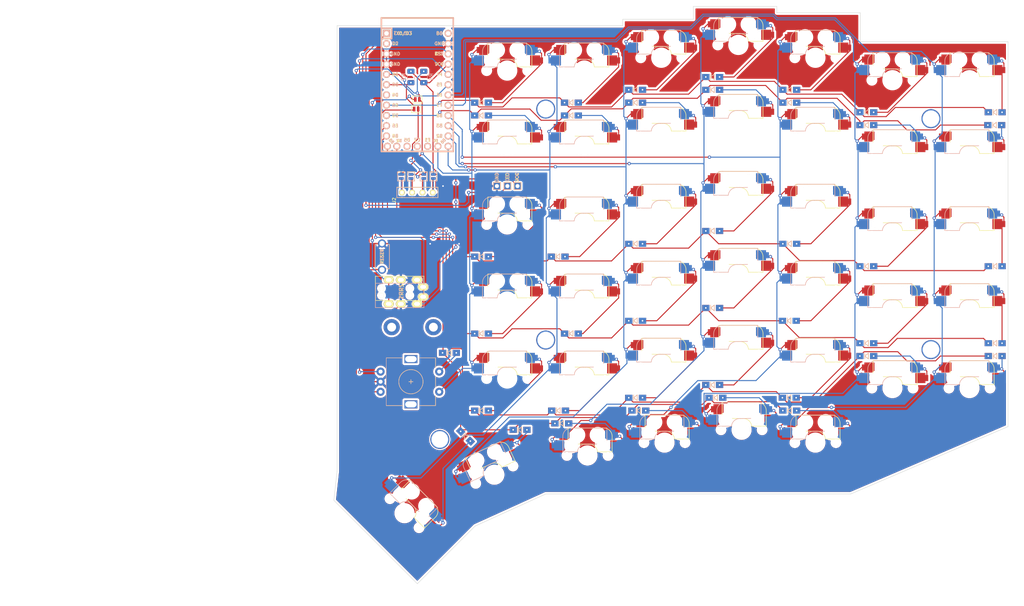
<source format=kicad_pcb>
(kicad_pcb (version 20211014) (generator pcbnew)
  (layers (0 "F.Cu" signal) (31 "B.Cu" signal) (34 "B.Paste" user) (35 "F.Paste" user) (36 "B.SilkS" user "B.Silkscreen") (37 "F.SilkS" user "F.Silkscreen") (38 "B.Mask" user) (39 "F.Mask" user) (44 "Edge.Cuts" user))
  (net 0 "")
  (net 1 "row0")
  (net 2 "Net-(D1-Pad2)")
  (net 3 "Net-(D2-Pad2)")
  (net 4 "Net-(D3-Pad2)")
  (net 5 "Net-(D4-Pad2)")
  (net 6 "Net-(D5-Pad2)")
  (net 7 "Net-(D6-Pad2)")
  (net 8 "Net-(D7-Pad2)")
  (net 9 "row1")
  (net 10 "Net-(D8-Pad2)")
  (net 11 "Net-(D9-Pad2)")
  (net 12 "Net-(D10-Pad2)")
  (net 13 "Net-(D11-Pad2)")
  (net 14 "Net-(D12-Pad2)")
  (net 15 "Net-(D13-Pad2)")
  (net 16 "Net-(D14-Pad2)")
  (net 17 "row2")
  (net 18 "Net-(D15-Pad2)")
  (net 19 "Net-(D16-Pad2)")
  (net 20 "Net-(D17-Pad2)")
  (net 21 "Net-(D18-Pad2)")
  (net 22 "Net-(D19-Pad2)")
  (net 23 "Net-(D20-Pad2)")
  (net 24 "Net-(D21-Pad2)")
  (net 25 "row3")
  (net 26 "Net-(D22-Pad2)")
  (net 27 "Net-(D23-Pad2)")
  (net 28 "Net-(D24-Pad2)")
  (net 29 "Net-(D25-Pad2)")
  (net 30 "Net-(D26-Pad2)")
  (net 31 "Net-(D27-Pad2)")
  (net 32 "Net-(D28-Pad2)")
  (net 33 "row4")
  (net 34 "Net-(D29-Pad2)")
  (net 35 "Net-(D30-Pad2)")
  (net 36 "Net-(D31-Pad2)")
  (net 37 "Net-(D32-Pad2)")
  (net 38 "Net-(D33-Pad2)")
  (net 39 "Net-(D34-Pad2)")
  (net 40 "Net-(D35-Pad2)")
  (net 41 "row5")
  (net 42 "Net-(D36-Pad2)")
  (net 43 "Net-(D37-Pad2)")
  (net 44 "Net-(D38-Pad2)")
  (net 45 "Net-(D39-Pad2)")
  (net 46 "Net-(D40-Pad2)")
  (net 47 "Net-(D41-Pad2)")
  (net 48 "SW25B")
  (net 49 "GND")
  (net 50 "LED")
  (net 51 "VCC")
  (net 52 "Net-(J2-Pad1)")
  (net 53 "Net-(J2-Pad2)")
  (net 54 "Net-(J2-Pad3)")
  (net 55 "Net-(J2-Pad4)")
  (net 56 "/i2c_c")
  (net 57 "/i2c_d")
  (net 58 "SCL")
  (net 59 "SDA")
  (net 60 "RESET")
  (net 61 "col0")
  (net 62 "col1")
  (net 63 "col2")
  (net 64 "col3")
  (net 65 "col4")
  (net 66 "col5")
  (net 67 "SW25A")
  (net 68 "ENCA")
  (net 69 "ENCB")
  (net 70 "DATA")
  (footprint "SofleKeyboard-footprint:CherryMX_Hotswap_1.5" (layer "F.Cu") (at 77.7875 157.1625 -45)
    (fp_text reference "SW41" hide)
    (fp_text value "SW_PUSH" hide)
  )
  (footprint "SofleKeyboard-footprint:CherryMX_Hotswap" (layer "F.Cu") (at 179.3875 44.45)
    (fp_text reference "SW3" hide)
    (fp_text value "SW_PUSH" hide)
  )
  (footprint "SofleKeyboard-footprint:HOLE_M2_TH" (layer "F.Cu") (at 207.9625 59.53125)
    (fp_text reference "TH7" hide)
    (fp_text value "HOLE" hide)
  )
  (footprint "SofleKeyboard-footprint:Diode_SOD123" (layer "F.Cu") (at 192.0875 61.11875)
    (fp_text reference "D9" hide)
    (fp_text value "D" hide)
  )
  (footprint "SofleKeyboard-footprint:CherryMX_Hotswap" (layer "F.Cu") (at 161.13125 136.525)
    (fp_text reference "SW37" hide)
    (fp_text value "SW_PUSH" hide)
  )
  (footprint "SofleKeyboard-footprint:CherryMX_Hotswap" (layer "F.Cu") (at 179.3875 120.65)
    (fp_text reference "SW31" hide)
    (fp_text value "SW_PUSH" hide)
  )
  (footprint "SofleKeyboard-footprint:Diode_SOD123" (layer "F.Cu") (at 134.9375 55.5625)
    (fp_text reference "D12" hide)
    (fp_text value "D" hide)
  )
  (footprint "SofleKeyboard-footprint:Diode_SOD123" (layer "F.Cu") (at 119.0625 112.7125)
    (fp_text reference "D27" hide)
    (fp_text value "D" hide)
  )
  (footprint "SofleKeyboard-footprint:MJ-4PP-9" (layer "F.Cu") (at 70.59375 101.51875 90)
    (fp_text reference "J3")
    (fp_text value "SofleKeyboard-rescue_MJ-4PP-9-Lily58-cache-Lily58_Pro-rescue" hide)
  )
  (footprint "SofleKeyboard-footprint:Diode_SOD123" (layer "F.Cu") (at 119.0625 55.5625)
    (fp_text reference "D6" hide)
    (fp_text value "D" hide)
  )
  (footprint "SofleKeyboard-footprint:Diode_SOD123" (layer "F.Cu") (at 173.0375 55.5625)
    (fp_text reference "D10" hide)
    (fp_text value "D" hide)
  )
  (footprint "SofleKeyboard-footprint:Diode_SOD123" (layer "F.Cu") (at 153.9875 49.2125)
    (fp_text reference "D4" hide)
    (fp_text value "D" hide)
  )
  (footprint "SofleKeyboard-footprint:Diode_SOD123" (layer "F.Cu") (at 192.0875 96.04375)
    (fp_text reference "D16" hide)
    (fp_text value "D" hide)
  )
  (footprint "SofleKeyboard-footprint:CherryMX_Hotswap" (layer "F.Cu") (at 122.2375 66.675)
    (fp_text reference "SW13" hide)
    (fp_text value "SW_PUSH" hide)
  )
  (footprint "SofleKeyboard-footprint:CherryMX_Hotswap" (layer "F.Cu") (at 217.4875 50.00625)
    (fp_text reference "SW1" hide)
    (fp_text value "SW_PUSH" hide)
  )
  (footprint "SofleKeyboard-footprint:LED" (layer "F.Cu") (at 105.7375 76.2 -90)
    (fp_text reference "J1" hide)
    (fp_text value "LED-Lily58-cache" hide)
  )
  (footprint "SofleKeyboard-footprint:Jumper" (layer "F.Cu") (at 80.9625 54.76875)
    (fp_text reference "JP10" hide)
    (fp_text value "Device_Jumper_NO_Small" hide)
  )
  (footprint "SofleKeyboard-footprint:Jumper" (layer "F.Cu") (at 80.66913 57.15)
    (fp_text reference "JP9" hide)
    (fp_text value "Device_Jumper_NO_Small" hide)
  )
  (footprint "SofleKeyboard-footprint:CherryMX_Hotswap" (layer "F.Cu") (at 103.1875 85.725)
    (fp_text reference "SW21" hide)
    (fp_text value "SW_PUSH" hide)
  )
  (footprint "SofleKeyboard-footprint:Diode_SOD123" (layer "F.Cu") (at 115.775 93.6625)
    (fp_text reference "D20" hide)
    (fp_text value "D" hide)
  )
  (footprint "SofleKeyboard-footprint:Diode_SOD123" (layer "F.Cu") (at 96.8375 58.7375)
    (fp_text reference "D14" hide)
    (fp_text value "D" hide)
  )
  (footprint "SofleKeyboard-footprint:M2_HOLE_PCB" (layer "F.Cu") (at 84.93125 111.125)
    (fp_text reference "TH2" hide)
    (fp_text value "HOLE")
  )
  (footprint "SofleKeyboard-footprint:Diode_SOD123" (layer "F.Cu") (at 173.0375 52.3875)
    (fp_text reference "D3" hide)
    (fp_text value "D" hide)
  )
  (footprint "SofleKeyboard-footprint:Diode_SOD123" (layer "F.Cu") (at 153.9875 125.4125)
    (fp_text reference "D32" hide)
    (fp_text value "D" hide)
  )
  (footprint "SofleKeyboard-footprint:Diode_SOD123" (layer "F.Cu") (at 223.725 61.11875)
    (fp_text reference "D8" hide)
    (fp_text value "D" hide)
  )
  (footprint "SofleKeyboard-footprint:Diode_SOD123" (layer "F.Cu") (at 173.0375 90.4875)
    (fp_text reference "D17" hide)
    (fp_text value "D" hide)
  )
  (footprint "SofleKeyboard-footprint:Diode_SOD123" (layer "F.Cu") (at 192.0875 115.09375)
    (fp_text reference "D23" hide)
    (fp_text value "D" hide)
  )
  (footprint "SofleKeyboard-footprint:CherryMX_Hotswap" (layer "F.Cu") (at 160.3375 41.275)
    (fp_text reference "SW4" hide)
    (fp_text value "SW_PUSH" hide)
  )
  (footprint "SofleKeyboard-footprint:Diode_SOD123" (layer "F.Cu") (at 116.68125 134.9375)
    (fp_text reference "D39" hide)
    (fp_text value "D" hide)
  )
  (footprint "SofleKeyboard-footprint:Jumper" (layer "F.Cu") (at 79.375 73.81875 90)
    (fp_text reference "JP3" hide)
    (fp_text value "Device_Jumper_NO_Small" hide)
  )
  (footprint "SofleKeyboard-footprint:Diode_SOD123" (layer "F.Cu") (at 223.8375 118.26875)
    (fp_text reference "D29" hide)
    (fp_text value "D" hide)
  )
  (footprint "SofleKeyboard-footprint:CherryMX_Hotswap" (layer "F.Cu") (at 141.2875 120.65)
    (fp_text reference "SW33" hide)
    (fp_text value "SW_PUSH" hide)
  )
  (footprint "SofleKeyboard-footprint:CherryMX_Hotswap" (layer "F.Cu") (at 103.1875 66.675)
    (fp_text reference "SW14" hide)
    (fp_text value "SW_PUSH" hide)
  )
  (footprint "SofleKeyboard-footprint:Diode_SOD123" (layer "F.Cu") (at 154.78125 128.5875)
    (fp_text reference "D37" hide)
    (fp_text value "D" hide)
  )
  (footprint "SofleKeyboard-footprint:Diode_SOD123" (layer "F.Cu") (at 96.8375 131.7625)
    (fp_text reference "D35" hide)
    (fp_text value "D" hide)
  )
  (footprint "SofleKeyboard-footprint:CherryMX_Hotswap" (layer "F.Cu") (at 179.3875 82.55)
    (fp_text reference "SW17" hide)
    (fp_text value "SW_PUSH" hide)
  )
  (footprint "SofleKeyboard-footprint:CherryMX_Hotswap" (layer "F.Cu") (at 100.0125 147.6375 25)
    (fp_text reference "SW40" hide)
    (fp_text value "SW_PUSH" hide)
  )
  (footprint "SofleKeyboard-footprint:Diode_SOD123" (layer "F.Cu") (at 223.8375 96.04375)
    (fp_text reference "D15" hide)
    (fp_text value "D" hide)
  )
  (footprint "SofleKeyboard-footprint:HOLE_M2_TH" (layer "F.Cu") (at 112.7125 114.3)
    (fp_text reference "TH3" hide)
    (fp_text value "HOLE" hide)
  )
  (footprint "SofleKeyboard-footprint:CherryMX_Hotswap" (layer "F.Cu") (at 122.2375 85.725)
    (fp_text reference "SW20" hide)
    (fp_text value "SW_PUSH" hide)
  )
  (footprint "SofleKeyboard-footprint:CherryMX_Hotswap" (layer "F.Cu") (at 160.3375 117.475)
    (fp_text reference "SW32" hide)
    (fp_text value "SW_PUSH" hide)
  )
  (footprint "SofleKeyboard-footprint:CherryMX_Hotswap" (layer "F.Cu") (at 160.3375 60.325)
    (fp_text reference "SW11" hide)
    (fp_text value "SW_PUSH" hide)
  )
  (footprint "SofleKeyboard-footprint:CherryMX_Hotswap" (layer "F.Cu") (at 217.4875 107.15625)
    (fp_text reference "SW22" hide)
    (fp_text value "SW_PUSH" hide)
  )
  (footprint "SofleKeyboard-footprint:Diode_SOD123" (layer "F.Cu") (at 88.9 117.475)
    (fp_text reference "D42" hide)
    (fp_text value "D" hide)
  )
  (footprint "SofleKeyboard-footprint:Jumper" (layer "F.Cu") (at 76.99375 73.81875 90)
    (fp_text reference "JP4" hide)
    (fp_text value "Device_Jumper_NO_Small" hide)
  )
  (footprint "SofleKeyboard-footprint:TACT_SWITCH_TVBP06" (layer "F.Cu") (at 72.23125 93.6625 -90)
    (fp_text reference "RSW1" hide)
    (fp_text value "SW_RST-Lily58-cache" hide)
  )
  (footprint "SofleKeyboard-footprint:Diode_SOD123" (layer "F.Cu") (at 153.9875 106.3625)
    (fp_text reference "D25" hide)
    (fp_text value "D" hide)
  )
  (footprint "SofleKeyboard-footprint:CherryMX_Hotswap" (layer "F.Cu") (at 198.4375 69.05625)
    (fp_text reference "SW9" hide)
    (fp_text value "SW_PUSH" hide)
  )
  (footprint "SofleKeyboard-footprint:Diode_SOD123" (layer "F.Cu") (at 106.3625 136.525)
    (fp_text reference "D40" hide)
    (fp_text value "D" hide)
  )
  (footprint "SofleKeyboard-footprint:Diode_SOD123" (layer "F.Cu") (at 92.86875 138.1125 -45)
    (fp_text reference "D41" hide)
    (fp_text value "D" hide)
  )
  (footprint "SofleKeyboard-footprint:Diode_SOD123" (layer "F.Cu") (at 96.8375 55.5625)
    (fp_text reference "D7" hide)
    (fp_text value "D" hide)
  )
  (footprint "SofleKeyboard-footprint:Diode_SOD123" (layer "F.Cu") (at 135.73125 131.7625)
    (fp_text reference "D38" hide)
    (fp_text value "D" hide)
  )
  (footprint "SofleKeyboard-footprint:Diode_SOD123" (layer "F.Cu") (at 119.0625 58.7375)
    (fp_text reference "D13" hide)
    (fp_text value "D" hide)
  )
  (footprint "SofleKeyboard-footprint:CherryMX_Hotswap" (layer "F.Cu") (at 217.4875 88.10625)
    (fp_text reference "SW15" hide)
    (fp_text value "SW_PUSH" hide)
  )
  (footprint "SofleKeyboard-footprint:Diode_SOD123" (layer "F.Cu") (at 153.9875 52.3875)
    (fp_text reference "D11" hide)
    (fp_text value "D" hide)
  )
  (footprint "SofleKeyboard-footprint:Diode_SOD123" (layer "F.Cu") (at 172.925 128.5875)
    (fp_text reference "D31" hide)
    (fp_text value "D" hide)
  )
  (footprint "SofleKeyboard-footprint:CherryMX_Hotswap" (layer "F.Cu") (at 141.2875 82.55)
    (fp_text reference "SW19" hide)
    (fp_text value "SW_PUSH" hide)
  )
  (footprint "SofleKeyboard-footprint:CherryMX_Hotswap" (layer "F.Cu") (at 198.4375 88.10625)
    (fp_text reference "SW16" hide)
    (fp_text value "SW_PUSH" hide)
  )
  (footprint "SofleKeyboard-footprint:CherryMX_Hotswap" (layer "F.Cu") (at 198.4375 107.15625)
    (fp_text reference "SW23" hide)
    (fp_text value "SW_PUSH" hide)
  )
  (footprint "SofleKeyboard-footprint:Diode_SOD123" (layer "F.Cu") (at 173.0375 131.7625)
    (fp_text reference "D36" hide)
    (fp_text value "D" hide)
  )
  (footprint "SofleKeyboard-footprint:CherryMX_Hotswap" (layer "F.Cu") (at 123.03125 142.875)
    (fp_text reference "SW39" hide)
    (fp_text value "SW_PUSH" hide)
  )
  (footprint "SofleKeyboard-footprint:CherryMX_Hotswap" (layer "F.Cu") (at 179.3875 139.7)
    (fp_text reference "SW36" hide)
    (fp_text value "SW_PUSH" hide)
  )
  (footprint "SofleKeyboard-footprint:CherryMX_Hotswap" (layer "F.Cu") (at 160.3375 79.375)
    (fp_text reference "SW18" hide)
    (fp_text value "SW_PUSH" hide)
  )
  (footprint "SofleKeyboard-footprint:Diode_SOD123" (layer "F.Cu") (at 134.9375 90.4875)
    (fp_text reference "D19" hide)
    (fp_text value "D" hide)
  )
  (footprint "SofleKeyboard-footprint:CherryMX_Hotswap" (layer "F.Cu") (at 179.3875 101.6)
    (fp_text reference "SW24" hide)
    (fp_text value "SW_PUSH" hide)
  )
  (footprint "SofleKeyboard-footprint:CherryMX_Hotswap" (layer "F.Cu") (at 103.1875 104.775)
    (fp_text reference "SW28" hide)
    (fp_text value "SW_PUSH" hide)
  )
  (footprint "SofleKeyboard-footprint:CherryMX_Hotswap" (layer "F.Cu") (at 141.2875 44.45)
    (fp_text reference "SW5" hide)
    (fp_text value "SW_PUSH" hide)
  )
  (footprint "SofleKeyboard-footprint:HOLE_M2_TH" (layer "F.Cu") (at 207.9625 116.68125)
    (fp_text reference "TH5" hide)
    (fp_text value "HOLE" hide)
  )
  (footprint "SofleKeyboard-footprint:CherryMX_Hotswap" (layer "F.Cu") (at 103.1875 123.825)
    (fp_text reference "SW35" hide)
    (fp_text value "SW_PUSH" hide)
  )
  (footprint "SofleKeyboard-footprint:RotaryEncoder_Alps_EC11E-Switch_Vertical_H20mm-keebio_modified" (layer "F.Cu") (at 79.375 124.61875)
    (fp_text reference "SW42" hide)
    (fp_text value "Device_Rotary_Encoder_Switch")
  )
  (footprint "SofleKeyboard-footprint:Diode_SOD123" (layer "F.Cu") (at 192.0875 118.26875)
    (fp_text reference "D30" hide)
    (fp_text value "D" hide)
  )
  (footprint "SofleKeyboard-footprint:Diode_SOD123" (layer "F.Cu") (at 134.9375 52.3875)
    (fp_text reference "D5" hide)
    (fp_text value "D" hide)
  )
  (footprint "SofleKeyboard-footprint:Diode_SOD123" (layer "F.Cu") (at 96.8375 93.6625)
    (fp_text reference "D21" hide)
    (fp_text value "D" hide)
  )
  (footprint "SofleKeyboard-footprint:CherryMX_Hotswap" (layer "F.Cu") (at 198.4375 126.20625)
    (fp_text reference "SW30" hide)
    (fp_text value "SW_PUSH" hide)
  )
  (footprint "SofleKeyboard-footprint:Diode_SOD123" (layer "F.Cu") (at 223.8375 115.09375)
    (fp_text reference "D22" hide)
    (fp_text value "D" hide)
  )
  (footprint "SofleKeyboard-footprint:HOLE_M2_TH" (layer "F.Cu") (at 112.7125 57.15)
    (fp_text reference "TH4" hide)
    (fp_text value "HOLE" hide)
  )
  (footprint "SofleKeyboard-footprint:Diode_SOD123" (layer "F.Cu") (at 223.8375 57.94375)
    (fp_text reference "D1" hide)
    (fp_text value "D" hide)
  )
  (footprint "SofleKeyboard-footprint:Diode_SOD123" (layer "F.Cu") (at 134.9375 128.5875)
    (fp_text reference "D33" hide)
    (fp_text value "D" hide)
  )
  (footprint "SofleKeyboard-footprint:CherryMX_Hotswap" (layer "F.Cu") (at 217.4875 126.20625)
    (fp_text reference "SW29" hide)
    (fp_text value "SW_PUSH" hide)
  )
  (footprint "Keebio-Parts:Elite-C" (layer "F.Cu") (at 80.9625 52.3875 -90)
    (fp_text reference "U1" hide)
    (fp_text value "Elite-C" hide)
  )
  (footprint "SofleKeyboard-footprint:CherryMX_Hotswap" (layer "F.Cu") (at 179.3875 63.5)
    (fp_text reference "SW10" hide)
    (fp_text value "SW_PUSH" hide)
  )
  (footprint "SofleKeyboard-footprint:Jumper" (layer "F.Cu") (at 84.93125 73.81875 90)
    (fp_text reference "JP1" hide)
    (fp_text value "Device_Jumper_NO_Small" hide)
  )
  (footprint "SofleKeyboard-footprint:CherryMX_Hotswap" (layer "F.Cu") (at 141.2875 63.5)
    (fp_text reference "SW12" hide)
    (fp_text value "SW_PUSH" hide)
  )
  (footprint "SofleKeyboard-footprint:CherryMX_Hotswap" (layer "F.Cu") (at 198.4375 50.00625)
    (fp_text reference "SW2" hide)
    (fp_text value "SW_PUSH" hide)
  )
  (footprint "SofleKeyboard-footprint:HOLE_M2_TH" (layer "F.Cu") (at 86.51875 138.90625)
    (fp_text reference "TH6" hide)
    (fp_text value "HOLE" hide)
  )
  (footprint "SofleKeyboard-footprint:CherryMX_Hotswap" (layer "F.Cu") (at 217.4875 69.05625)
    (fp_text reference "SW8" hide)
    (fp_text value "SW_PUSH" hide)
  )
  (footprint "SofleKeyboard-footprint:Diode_SOD123" (layer "F.Cu") (at 192.0875 57.94375)
    (fp_text reference "D2" hide)
    (fp_text value "D" hide)
  )
  (footprint "SofleKeyboard-footprint:CherryMX_Hotswap" (layer "F.Cu") (at 142.08125 139.7)
    (fp_text reference "SW38" hide)
    (fp_text value "SW_PUSH" hide)
  )
  (footprint "SofleKeyboard-footprint:Diode_SOD123" (layer "F.Cu") (at 134.9375 109.5375)
    (fp_text reference "D26" hide)
    (fp_text value "D" hide)
  )
  (footprint "SofleKeyboard-footprint:M2_HOLE_PCB" (layer "F.Cu") (at 74.6125 111.125)
    (fp_text reference "TH1" hide)
    (fp_text value "HOLE")
  )
  (footprint "SofleKeyboard-footprint:Diode_SOD123" (layer "F.Cu") (at 172.925 109.5375)
    (fp_text reference "D24" hide)
    (fp_text value "D" hide)
  )
  (footprint "SofleKeyboard-footprint:Diode_SOD123" (layer "F.Cu") (at 96.8375 112.7125)
    (fp_text reference "D28" hide)
    (fp_text value "D" hide)
  )
  (footprint "SofleKeyboard-footprint:Diode_SOD123" (layer "F.Cu") (at 115.8875 131.7625)
    (fp_text reference "D34" hide)
    (fp_text value "D" hide)
  )
  (footprint "SofleKeyboard-footprint:CherryMX_Hotswap" (layer "F.Cu") (at 122.2375 47.625)
    (fp_text reference "SW6" hide)
    (fp_text value "SW_PUSH" hide)
  )
  (footprint "SofleKeyboard-footprint:CherryMX_Hotswap" (layer "F.Cu") (at 122.2375 123.825)
    (fp_text reference "SW34" hide)
    (fp_text value "SW_PUSH" hide)
  )
  (footprint "SofleKeyboard-footprint:OLED_4Pin" (layer "F.Cu") (at 77.1525 77.7875)
    (fp_text reference "J2")
    (fp_text value "OLED-Lily58-cache" hide)
  )
  (footprint "SofleKeyboard-footprint:Jumper" (layer "F.Cu") (at 82.55 73.81875 90)
    (fp_text reference "JP2" hide)
    (fp_text value "Device_Jumper_NO_Small" hide)
  )
  (footprint "SofleKeyboard-footprint:CherryMX_Hotswap" (layer "F.Cu") (at 103.1875 47.625)
    (fp_text reference "SW7" hide)
    (fp_text value "SW_PUSH" hide)
  )
  (footprint "SofleKeyboard-footprint:Diode_SOD123" (layer "F.Cu") (at 153.9875 87.3125)
    (fp_text reference "D18" hide)
    (fp_text value "D" hide)
  )
  (footprint "SofleKeyboard-footprint:CherryMX_Hotswap" (layer "F.Cu") (at 160.3375 98.425)
    (fp_text reference "SW25" hide)
    (fp_text value "SW_PUSH" hide)
  )
  (footprint "SofleKeyboard-footprint:CherryMX_Hotswap" (layer "F.Cu") (at 141.2875 101.6)
    (fp_text reference "SW26" hide)
    (fp_text value "SW_PUSH" hide)
  )
  (footprint "SofleKeyboard-footprint:CherryMX_Hotswap" (layer "F.Cu") (at 122.2375 104.775)
    (fp_text reference "SW27" hide)
    (fp_text value "SW_PUSH" hide)
  )
  (footprint "SofleKeyboard-footprint:R_1206_DoubleSided" (layer "B.Cu") (at 79.375 49.2125 -90)
    (fp_text reference "R2")
    (fp_text value "R")
  )
  (footprint "SofleKeyboard-footprint:Jumper" (layer "B.Cu") (at 79.375 73.81875 90)
    (fp_text reference "JP7" hide)
    (fp_text value "Device_Jumper_NO_Small" hide)
  )
  (footprint "SofleKeyboard-footprint:Jumper" (layer "B.Cu") (at 76.99375 73.81875 90)
    (fp_text reference "JP8" hide)
    (fp_text value "Device_Jumper_NO_Small" hide)
  )
  (footprint "SofleKeyboard-footprint:R_1206_DoubleSided" (layer "B.Cu") (at 82.55 49.2125 90)
    (fp_text reference "R1")
    (fp_text value "R")
  )
  (footprint "SofleKeyboard-footprint:Jumper" (layer "B.Cu") (at 84.93125 73.81875 90)
    (fp_text reference "JP5" hide)
    (fp_text value "Device_Jumper_NO_Small" hide)
  )
  (footprint "SofleKeyboard-footprint:Jumper" (layer "B.Cu") (at 82.55 73.81875 90)
    (fp_text reference "JP6" hide)
    (fp_text value "Device_Jumper_NO_Small" hide)
  )
  (gr_line (start 95.25 160.3375) (end 112.7125 152.4) (layer "Edge.Cuts") (width 0.1))
  (gr_line (start 227.0125 40.48125) (end 190.5 40.48125) (layer "Edge.Cuts") (width 0.1))
  (gr_line (start 91.28125 164.30625) (end 95.25 160.3375) (layer "Edge.Cuts") (width 0.1))
  (gr_line (start 112.7125 152.4) (end 188.11875 152.4) (layer "Edge.Cuts") (width 0.1))
  (gr_line (start 61.11875 146.84375) (end 60.325 153.9875) (layer "Edge.Cuts") (width 0.1))
  (gr_line (start 80.9625 174.625) (end 91.28125 164.30625) (layer "Edge.Cuts") (width 0.1))
  (gr_line (start 190.5 33.3375) (end 169.8625 33.3375) (layer "Edge.Cuts") (width 0.1))
  (gr_line (start 169.8625 31.75) (end 149.225 31.75) (layer "Edge.Cuts") (width 0.1))
  (gr_line (start 149.225 31.75) (end 149.225 34.925) (layer "Edge.Cuts") (width 0.1))
  (gr_line (start 227.0125 135.73125) (end 227.0125 40.48125) (layer "Edge.Cuts") (width 0.1))
  (gr_line (start 95.25 36.5125) (end 61.11875 36.5125) (layer "Edge.Cuts") (width 0.1))
  (gr_line (start 131.7625 36.5125) (end 131.7625 34.925) (layer "Edge.Cuts") (width 0.1))
  (gr_line (start 95.25 36.5125) (end 131.7625 36.5125) (layer "Edge.Cuts") (width 0.1))
  (gr_line (start 188.11875 152.4) (end 227.0125 135.73125) (layer "Edge.Cuts") (width 0.1))
  (gr_line (start 60.325 153.9875) (end 80.9625 174.625) (layer "Edge.Cuts") (width 0.1))
  (gr_line (start 61.11875 36.5125) (end 61.11875 146.84375) (layer "Edge.Cuts") (width 0.1))
  (gr_line (start 149.225 34.925) (end 131.7625 34.925) (layer "Edge.Cuts") (width 0.1))
  (gr_line (start 190.5 40.48125) (end 190.5 33.3375) (layer "Edge.Cuts") (width 0.1))
  (gr_line (start 169.8625 33.3375) (end 169.8625 31.75) (layer "Edge.Cuts") (width 0.1))
  (segment (start 185.905761 53.462011) (end 172.412011 53.462011) (width 0.25) (layer "F.Cu") (net 1))
  (segment (start 95.1375 55.5625) (end 94.571689 54.996689) (width 0.25) (layer "F.Cu") (net 1))
  (segment (start 220.950489 56.756739) (end 199.134463 56.756739) (width 0.25) (layer "F.Cu") (net 1))
  (segment (start 190.3875 57.94375) (end 185.905761 53.462011) (width 0.25) (layer "F.Cu") (net 1))
  (segment (start 134.312011 53.462011) (end 133.2375 52.3875) (width 0.25) (layer "F.Cu") (net 1))
  (segment (start 96.212011 56.637011) (end 95.1375 55.5625) (width 0.25) (layer "F.Cu") (net 1))
  (segment (start 152.2875 49.2125) (end 148.037989 53.462011) (width 0.25) (layer "F.Cu") (net 1))
  (segment (start 196.872941 59.018261) (end 191.462011 59.018261) (width 0.25) (layer "F.Cu") (net 1))
  (segment (start 199.134463 56.756739) (end 196.872941 59.018261) (width 0.25) (layer "F.Cu") (net 1))
  (segment (start 169.237011 50.287011) (end 153.362011 50.287011) (width 0.25) (layer "F.Cu") (net 1))
  (segment (start 133.2375 52.3875) (end 128.987989 56.637011) (width 0.25) (layer "F.Cu") (net 1))
  (segment (start 118.437011 56.637011) (end 117.3625 55.5625) (width 0.25) (layer "F.Cu") (net 1))
  (segment (start 128.987989 56.637011) (end 118.437011 56.637011) (width 0.25) (layer "F.Cu") (net 1))
  (segment (start 104.374511 54.375489) (end 102.112989 56.637011) (width 0.25) (layer "F.Cu") (net 1))
  (segment (start 191.462011 59.018261) (end 190.3875 57.94375) (width 0.25) (layer "F.Cu") (net 1))
  (segment (start 222.1375 57.94375) (end 220.950489 56.756739) (width 0.25) (layer "F.Cu") (net 1))
  (segment (start 153.362011 50.287011) (end 152.2875 49.2125) (width 0.25) (layer "F.Cu") (net 1))
  (segment (start 102.112989 56.637011) (end 96.212011 56.637011) (width 0.25) (layer "F.Cu") (net 1))
  (segment (start 94.571689 54.996689) (end 87.084561 54.996689) (width 0.25) (layer "F.Cu") (net 1))
  (segment (start 116.175489 54.375489) (end 104.374511 54.375489) (width 0.25) (layer "F.Cu") (net 1))
  (segment (start 171.3375 52.3875) (end 169.237011 50.287011) (width 0.25) (layer "F.Cu") (net 1))
  (segment (start 117.3625 55.5625) (end 116.175489 54.375489) (width 0.25) (layer "F.Cu") (net 1))
  (segment (start 172.412011 53.462011) (end 171.3375 52.3875) (width 0.25) (layer "F.Cu") (net 1))
  (segment (start 87.084561 54.996689) (end 86.51875 55.5625) (width 0.25) (layer "F.Cu") (net 1))
  (segment (start 148.037989 53.462011) (end 134.312011 53.462011) (width 0.25) (layer "F.Cu") (net 1))
  (via (at 86.51875 55.5625) (size 0.8) (drill 0.4) (layers "F.Cu" "B.Cu") (net 1))
  (segment (start 86.51875 55.5625) (end 85.88375 56.1975) (width 0.25) (layer "B.Cu") (net 1))
  (segment (start 85.88375 56.1975) (end 73.3425 56.1975) (width 0.25) (layer "B.Cu") (net 1))
  (segment (start 225.5375 47.95625) (end 225.5375 57.94375) (width 0.25) (layer "F.Cu") (net 2))
  (segment (start 225.9875 47.50625) (end 225.5375 47.95625) (width 0.25) (layer "F.Cu") (net 2))
  (segment (start 225.9875 45.80625) (end 225.425 45.24375) (width 0.25) (layer "F.Cu") (net 2))
  (segment (start 225.9875 47.50625) (end 225.9875 45.80625) (width 0.25) (layer "F.Cu") (net 2))
  (via (at 225.425 45.24375) (size 0.8) (drill 0.4) (layers "F.Cu" "B.Cu") (net 2))
  (segment (start 225.425 45.24375) (end 225.025 45.24375) (width 0.25) (layer "B.Cu") (net 2))
  (segment (start 225.025 45.24375) (end 224.6875 44.90625) (width 0.25) (layer "B.Cu") (net 2))
  (segment (start 206.9375 47.50625) (end 206.9375 48.317985) (width 0.25) (layer "F.Cu") (net 3))
  (segment (start 197.311735 57.94375) (end 193.7875 57.94375) (width 0.25) (layer "F.Cu") (net 3))
  (segment (start 206.9375 45.80625) (end 206.375 45.24375) (width 0.25) (layer "F.Cu") (net 3))
  (segment (start 206.9375 48.317985) (end 197.311735 57.94375) (width 0.25) (layer "F.Cu") (net 3))
  (segment (start 206.9375 47.50625) (end 206.9375 45.80625) (width 0.25) (layer "F.Cu") (net 3))
  (via (at 206.375 45.24375) (size 0.8) (drill 0.4) (layers "F.Cu" "B.Cu") (net 3))
  (segment (start 206.375 45.24375) (end 205.975 45.24375) (width 0.25) (layer "B.Cu") (net 3))
  (segment (start 205.975 45.24375) (end 205.6375 44.90625) (width 0.25) (layer "B.Cu") (net 3))
  (segment (start 187.8875 40.25) (end 187.325 39.6875) (width 0.25) (layer "F.Cu") (net 4))
  (segment (start 187.8875 42.761735) (end 178.261735 52.3875) (width 0.25) (layer "F.Cu") (net 4))
  (segment (start 187.8875 41.95) (end 187.8875 40.25) (width 0.25) (layer "F.Cu") (net 4))
  (segment (start 178.261735 52.3875) (end 174.7375 52.3875) (width 0.25) (layer "F.Cu") (net 4))
  (segment (start 187.8875 41.95) (end 187.8875 42.761735) (width 0.25) (layer "F.Cu") (net 4))
  (via (at 187.325 39.6875) (size 0.8) (drill 0.4) (layers "F.Cu" "B.Cu") (net 4))
  (segment (start 186.925 39.6875) (end 186.5875 39.35) (width 0.25) (layer "B.Cu") (net 4))
  (segment (start 187.325 39.6875) (end 186.925 39.6875) (width 0.25) (layer "B.Cu") (net 4))
  (segment (start 168.8375 37.075) (end 168.275 36.5125) (width 0.25) (layer "F.Cu") (net 5))
  (segment (start 155.6875 49.2125) (end 159.211735 49.2125) (width 0.25) (layer "F.Cu") (net 5))
  (segment (start 168.8375 38.775) (end 168.8375 37.075) (width 0.25) (layer "F.Cu") (net 5))
  (segment (start 168.8375 39.586735) (end 168.8375 38.775) (width 0.25) (layer "F.Cu") (net 5))
  (segment (start 159.211735 49.2125) (end 168.8375 39.586735) (width 0.25) (layer "F.Cu") (net 5))
  (via (at 168.275 36.5125) (size 0.8) (drill 0.4) (layers "F.Cu" "B.Cu") (net 5))
  (segment (start 167.875 36.5125) (end 167.5375 36.175) (width 0.25) (layer "B.Cu") (net 5))
  (segment (start 168.275 36.5125) (end 167.875 36.5125) (width 0.25) (layer "B.Cu") (net 5))
  (segment (start 149.7875 41.95) (end 149.7875 42.761735) (width 0.25) (layer "F.Cu") (net 6))
  (segment (start 149.7875 42.761735) (end 140.161735 52.3875) (width 0.25) (layer "F.Cu") (net 6))
  (segment (start 140.161735 52.3875) (end 136.6375 52.3875) (width 0.25) (layer "F.Cu") (net 6))
  (segment (start 149.7875 40.25) (end 149.225 39.6875) (width 0.25) (layer "F.Cu") (net 6))
  (segment (start 149.7875 41.95) (end 149.7875 40.25) (width 0.25) (layer "F.Cu") (net 6))
  (via (at 149.225 39.6875) (size 0.8) (drill 0.4) (layers "F.Cu" "B.Cu") (net 6))
  (segment (start 148.825 39.6875) (end 148.4875 39.35) (width 0.25) (layer "B.Cu") (net 6))
  (segment (start 149.225 39.6875) (end 148.825 39.6875) (width 0.25) (layer "B.Cu") (net 6))
  (segment (start 130.7375 43.425) (end 130.175 42.8625) (width 0.25) (layer "F.Cu") (net 7))
  (segment (start 130.7375 45.125) (end 130.7375 43.425) (width 0.25) (layer "F.Cu") (net 7))
  (segment (start 130.7375 46.7375) (end 121.9125 55.5625) (width 0.25) (layer "F.Cu") (net 7))
  (segment (start 130.7375 45.125) (end 130.7375 46.7375) (width 0.25) (layer "F.Cu") (net 7))
  (segment (start 121.9125 55.5625) (end 120.7625 55.5625) (width 0.25) (layer "F.Cu") (net 7))
  (via (at 130.175 42.8625) (size 0.8) (drill 0.4) (layers "F.Cu" "B.Cu") (net 7))
  (segment (start 129.775 42.8625) (end 129.4375 42.525) (width 0.25) (layer "B.Cu") (net 7))
  (segment (start 130.175 42.8625) (end 129.775 42.8625) (width 0.25) (layer "B.Cu") (net 7))
  (segment (start 102.061735 55.5625) (end 98.5375 55.5625) (width 0.25) (layer "F.Cu") (net 8))
  (segment (start 111.6875 45.936735) (end 102.061735 55.5625) (width 0.25) (layer "F.Cu") (net 8))
  (segment (start 111.6875 45.125) (end 111.6875 43.425) (width 0.25) (layer "F.Cu") (net 8))
  (segment (start 111.6875 43.425) (end 111.125 42.8625) (width 0.25) (layer "F.Cu") (net 8))
  (segment (start 111.6875 45.125) (end 111.6875 45.936735) (width 0.25) (layer "F.Cu") (net 8))
  (via (at 111.125 42.8625) (size 0.8) (drill 0.4) (layers "F.Cu" "B.Cu") (net 8))
  (segment (start 111.125 42.8625) (end 110.725 42.8625) (width 0.25) (layer "B.Cu") (net 8))
  (segment (start 110.725 42.8625) (end 110.3875 42.525) (width 0.25) (layer "B.Cu") (net 8))
  (segment (start 191.462011 60.044239) (end 190.3875 61.11875) (width 0.25) (layer "F.Cu") (net 9))
  (segment (start 131.713469 57.086531) (end 119.013469 57.086531) (width 0.25) (layer "F.Cu") (net 9))
  (segment (start 96.725 57.15) (end 95.1375 58.7375) (width 0.25) (layer "F.Cu") (net 9))
  (segment (start 95.1375 58.7375) (end 93.936689 57.536689) (width 0.25) (layer "F.Cu") (net 9))
  (segment (start 116.175489 59.924511) (end 111.563259 59.924511) (width 0.25) (layer "F.Cu") (net 9))
  (segment (start 190.3875 60.11875) (end 184.756739 54.487989) (width 0.25) (layer "F.Cu") (net 9))
  (segment (start 190.3875 61.11875) (end 190.3875 60.11875) (width 0.25) (layer "F.Cu") (net 9))
  (segment (start 119.013469 57.086531) (end 117.3625 58.7375) (width 0.25) (layer "F.Cu") (net 9))
  (segment (start 210.298752 61.11875) (end 209.111741 62.305761) (width 0.25) (layer "F.Cu") (net 9))
  (segment (start 172.412011 54.487989) (end 171.3375 55.5625) (width 0.25) (layer "F.Cu") (net 9))
  (segment (start 171.3375 55.5625) (end 167.087989 51.312989) (width 0.25) (layer "F.Cu") (net 9))
  (segment (start 152.2875 52.3875) (end 150.187011 54.487989) (width 0.25) (layer "F.Cu") (net 9))
  (segment (start 133.2375 55.5625) (end 131.713469 57.086531) (width 0.25) (layer "F.Cu") (net 9))
  (segment (start 202.005761 62.305761) (end 199.744239 60.044239) (width 0.25) (layer "F.Cu") (net 9))
  (segment (start 86.925811 57.536689) (end 86.51875 57.94375) (width 0.25) (layer "F.Cu") (net 9))
  (segment (start 209.111741 62.305761) (end 202.005761 62.305761) (width 0.25) (layer "F.Cu") (net 9))
  (segment (start 199.744239 60.044239) (end 191.462011 60.044239) (width 0.25) (layer "F.Cu") (net 9))
  (segment (start 222.025 61.11875) (end 210.298752 61.11875) (width 0.25) (layer "F.Cu") (net 9))
  (segment (start 184.756739 54.487989) (end 172.412011 54.487989) (width 0.25) (layer "F.Cu") (net 9))
  (segment (start 167.087989 51.312989) (end 153.362011 51.312989) (width 0.25) (layer "F.Cu") (net 9))
  (segment (start 111.563259 59.924511) (end 108.788748 57.15) (width 0.25) (layer "F.Cu") (net 9))
  (segment (start 117.3625 58.7375) (end 116.175489 59.924511) (width 0.25) (layer "F.Cu") (net 9))
  (segment (start 150.187011 54.487989) (end 134.312011 54.487989) (width 0.25) (layer "F.Cu") (net 9))
  (segment (start 134.312011 54.487989) (end 133.2375 55.5625) (width 0.25) (layer "F.Cu") (net 9))
  (segment (start 153.362011 51.312989) (end 152.2875 52.3875) (width 0.25) (layer "F.Cu") (net 9))
  (segment (start 108.788748 57.15) (end 96.725 57.15) (width 0.25) (layer "F.Cu") (net 9))
  (segment (start 93.936689 57.536689) (end 86.925811 57.536689) (width 0.25) (layer "F.Cu") (net 9))
  (via (at 86.51875 57.94375) (size 0.8) (drill 0.4) (layers "F.Cu" "B.Cu") (net 9))
  (segment (start 86.51875 57.94375) (end 85.725 58.7375) (width 0.25) (layer "B.Cu") (net 9))
  (segment (start 85.725 58.7375) (end 73.3425 58.7375) (width 0.25) (layer "B.Cu") (net 9))
  (segment (start 225.9875 64.85625) (end 225.425 64.29375) (width 0.25) (layer "F.Cu") (net 10))
  (segment (start 225.9875 66.55625) (end 225.9875 64.85625) (width 0.25) (layer "F.Cu") (net 10))
  (via (at 225.425 64.29375) (size 0.8) (drill 0.4) (layers "F.Cu" "B.Cu") (net 10))
  (segment (start 225.025 64.29375) (end 224.6875 63.95625) (width 0.25) (layer "B.Cu") (net 10))
  (segment (start 225.425 64.29375) (end 225.425 61.11875) (width 0.25) (layer "B.Cu") (net 10))
  (segment (start 225.425 64.29375) (end 225.025 64.29375) (width 0.25) (layer "B.Cu") (net 10))
  (segment (start 206.9375 66.55625) (end 206.9375 64.85625) (width 0.25) (layer "F.Cu") (net 11))
  (segment (start 206.9375 64.85625) (end 206.375 64.29375) (width 0.25) (layer "F.Cu") (net 11))
  (via (at 206.375 64.29375) (size 0.8) (drill 0.4) (layers "F.Cu" "B.Cu") (net 11))
  (segment (start 205.975 64.29375) (end 205.6375 63.95625) (width 0.25) (layer "B.Cu") (net 11))
  (segment (start 193.7875 61.11875) (end 202.8 61.11875) (width 0.25) (layer "B.Cu") (net 11))
  (segment (start 202.8 61.11875) (end 205.6375 63.95625) (width 0.25) (layer "B.Cu") (net 11))
  (segment (start 206.375 64.29375) (end 205.975 64.29375) (width 0.25) (layer "B.Cu") (net 11))
  (segment (start 187.8875 61) (end 187.8875 59.3) (width 0.25) (layer "F.Cu") (net 12))
  (segment (start 187.8875 59.3) (end 187.325 58.7375) (width 0.25) (layer "F.Cu") (net 12))
  (via (at 187.325 58.7375) (size 0.8) (drill 0.4) (layers "F.Cu" "B.Cu") (net 12))
  (segment (start 186.5875 58.4) (end 183.75 55.5625) (width 0.25) (layer "B.Cu") (net 12))
  (segment (start 187.325 58.7375) (end 186.925 58.7375) (width 0.25) (layer "B.Cu") (net 12))
  (segment (start 183.75 55.5625) (end 174.7375 55.5625) (width 0.25) (layer "B.Cu") (net 12))
  (segment (start 186.925 58.7375) (end 186.5875 58.4) (width 0.25) (layer "B.Cu") (net 12))
  (segment (start 168.8375 57.825) (end 168.8375 56.125) (width 0.25) (layer "F.Cu") (net 13))
  (segment (start 168.8375 56.125) (end 168.275 55.5625) (width 0.25) (layer "F.Cu") (net 13))
  (via (at 168.275 55.5625) (size 0.8) (drill 0.4) (layers "F.Cu" "B.Cu") (net 13))
  (segment (start 168.275 55.5625) (end 167.875 55.5625) (width 0.25) (layer "B.Cu") (net 13))
  (segment (start 167.875 55.5625) (end 167.5375 55.225) (width 0.25) (layer "B.Cu") (net 13))
  (segment (start 167.5375 55.225) (end 164.7 52.3875) (width 0.25) (layer "B.Cu") (net 13))
  (segment (start 164.7 52.3875) (end 155.6875 52.3875) (width 0.25) (layer "B.Cu") (net 13))
  (segment (start 149.7875 59.3) (end 149.225 58.7375) (width 0.25) (layer "F.Cu") (net 14))
  (segment (start 149.7875 61) (end 149.7875 59.3) (width 0.25) (layer "F.Cu") (net 14))
  (via (at 149.225 58.7375) (size 0.8) (drill 0.4) (layers "F.Cu" "B.Cu") (net 14))
  (segment (start 148.825 58.7375) (end 148.4875 58.4) (width 0.25) (layer "B.Cu") (net 14))
  (segment (start 148.4875 58.4) (end 145.65 55.5625) (width 0.25) (layer "B.Cu") (net 14))
  (segment (start 149.225 58.7375) (end 148.825 58.7375) (width 0.25) (layer "B.Cu") (net 14))
  (segment (start 145.65 55.5625) (end 136.6375 55.5625) (width 0.25) (layer "B.Cu") (net 14))
  (segment (start 130.7375 62.475) (end 130.175 61.9125) (width 0.25) (layer "F.Cu") (net 15))
  (segment (start 130.7375 64.175) (end 130.7375 62.475) (width 0.25) (layer "F.Cu") (net 15))
  (via (at 130.175 61.9125) (size 0.8) (drill 0.4) (layers "F.Cu" "B.Cu") (net 15))
  (segment (start 126.6 58.7375) (end 120.7625 58.7375) (width 0.25) (layer "B.Cu") (net 15))
  (segment (start 129.775 61.9125) (end 129.4375 61.575) (width 0.25) (layer "B.Cu") (net 15))
  (segment (start 130.175 61.9125) (end 129.775 61.9125) (width 0.25) (layer "B.Cu") (net 15))
  (segment (start 129.4375 61.575) (end 126.6 58.7375) (width 0.25) (layer "B.Cu") (net 15))
  (segment (start 111.6875 62.475) (end 111.125 61.9125) (width 0.25) (layer "F.Cu") (net 16))
  (segment (start 111.6875 64.175) (end 111.6875 62.475) (width 0.25) (layer "F.Cu") (net 16))
  (via (at 111.125 61.9125) (size 0.8) (drill 0.4) (layers "F.Cu" "B.Cu") (net 16))
  (segment (start 111.125 61.9125) (end 110.725 61.9125) (width 0.25) (layer "B.Cu") (net 16))
  (segment (start 110.725 61.9125) (end 110.3875 61.575) (width 0.25) (layer "B.Cu") (net 16))
  (segment (start 110.3875 61.575) (end 107.55 58.7375) (width 0.25) (layer "B.Cu") (net 16))
  (segment (start 107.55 58.7375) (end 98.5375 58.7375) (width 0.25) (layer "B.Cu") (net 16))
  (segment (start 89.69375 93.6625) (end 95.1375 93.6625) (width 0.25) (layer "F.Cu") (net 17))
  (segment (start 134.312011 91.562011) (end 133.2375 90.4875) (width 0.25) (layer "F.Cu") (net 17))
  (segment (start 114.075 93.6625) (end 113.000489 94.737011) (width 0.25) (layer "F.Cu") (net 17))
  (segment (start 222.1375 96.04375) (end 221.062989 97.118261) (width 0.25) (layer "F.Cu") (net 17))
  (segment (start 71.4375 63.1825) (end 71.4375 88.10625) (width 0.25) (layer "F.Cu") (net 17))
  (segment (start 113.000489 94.737011) (end 96.212011 94.737011) (width 0.25) (layer "F.Cu") (net 17))
  (segment (start 148.037989 91.562011) (end 134.312011 91.562011) (width 0.25) (layer "F.Cu") (net 17))
  (segment (start 155.4625 90.4875) (end 152.2875 87.3125) (width 0.25) (layer "F.Cu") (net 17))
  (segment (start 152.2875 87.3125) (end 148.037989 91.562011) (width 0.25) (layer "F.Cu") (net 17))
  (segment (start 191.462011 97.118261) (end 190.3875 96.04375) (width 0.25) (layer "F.Cu") (net 17))
  (segment (start 175.495479 94.645479) (end 171.3375 90.4875) (width 0.25) (layer "F.Cu") (net 17))
  (segment (start 188.989229 94.645479) (end 175.495479 94.645479) (width 0.25) (layer "F.Cu") (net 17))
  (segment (start 128.987989 94.737011) (end 115.149511 94.737011) (width 0.25) (layer "F.Cu") (net 17))
  (segment (start 221.062989 97.118261) (end 191.462011 97.118261) (width 0.25) (layer "F.Cu") (net 17))
  (segment (start 89.69375 88.9) (end 89.69375 93.6625) (width 0.25) (layer "F.Cu") (net 17))
  (segment (start 73.3425 61.2775) (end 71.4375 63.1825) (width 0.25) (layer "F.Cu") (net 17))
  (segment (start 115.149511 94.737011) (end 114.075 93.6625) (width 0.25) (layer "F.Cu") (net 17))
  (segment (start 171.3375 90.4875) (end 155.4625 90.4875) (width 0.25) (layer "F.Cu") (net 17))
  (segment (start 190.3875 96.04375) (end 188.989229 94.645479) (width 0.25) (layer "F.Cu") (net 17))
  (segment (start 96.212011 94.737011) (end 95.1375 93.6625) (width 0.25) (layer "F.Cu") (net 17))
  (segment (start 72.23125 88.9) (end 84.93125 88.9) (width 0.25) (layer "F.Cu") (net 17))
  (segment (start 133.2375 90.4875) (end 128.987989 94.737011) (width 0.25) (layer "F.Cu") (net 17))
  (segment (start 71.4375 88.10625) (end 72.23125 88.9) (width 0.25) (layer "F.Cu") (net 17))
  (via (at 84.93125 88.9) (size 0.8) (drill 0.4) (layers "F.Cu" "B.Cu") (net 17))
  (via (at 89.69375 88.9) (size 0.8) (drill 0.4) (layers "F.Cu" "B.Cu") (net 17))
  (segment (start 84.93125 88.9) (end 89.69375 88.9) (width 0.25) (layer "B.Cu") (net 17))
  (segment (start 225.9875 83.90625) (end 225.425 83.34375) (width 0.25) (layer "F.Cu") (net 18))
  (segment (start 225.5375 86.05625) (end 225.5375 96.04375) (width 0.25) (layer "F.Cu") (net 18))
  (segment (start 225.9875 85.60625) (end 225.5375 86.05625) (width 0.25) (layer "F.Cu") (net 18))
  (segment (start 225.9875 85.60625) (end 225.9875 83.90625) (width 0.25) (layer "F.Cu") (net 18))
  (via (at 225.425 83.34375) (size 0.8) (drill 0.4) (layers "F.Cu" "B.Cu") (net 18))
  (segment (start 225.425 83.34375) (end 225.025 83.34375) (width 0.25) (layer "B.Cu") (net 18))
  (segment (start 225.025 83.34375) (end 224.6875 83.00625) (width 0.25) (layer "B.Cu") (net 18))
  (segment (start 206.9375 85.60625) (end 206.9375 83.90625) (width 0.25) (layer "F.Cu") (net 19))
  (segment (start 206.9375 86.417985) (end 197.311735 96.04375) (width 0.25) (layer "F.Cu") (net 19))
  (segment (start 206.9375 85.60625) (end 206.9375 86.417985) (width 0.25) (layer "F.Cu") (net 19))
  (segment (start 206.9375 83.90625) (end 206.375 83.34375) (width 0.25) (layer "F.Cu") (net 19))
  (segment (start 197.311735 96.04375) (end 193.7875 96.04375) (width 0.25) (layer "F.Cu") (net 19))
  (via (at 206.375 83.34375) (size 0.8) (drill 0.4) (layers "F.Cu" "B.Cu") (net 19))
  (segment (start 205.975 83.34375) (end 205.6375 83.00625) (width 0.25) (layer "B.Cu") (net 19))
  (segment (start 206.375 83.34375) (end 205.975 83.34375) (width 0.25) (layer "B.Cu") (net 19))
  (segment (start 187.8875 78.35) (end 187.325 77.7875) (width 0.25) (layer "F.Cu") (net 20))
  (segment (start 187.8875 80.05) (end 187.8875 80.861735) (width 0.25) (layer "F.Cu") (net 20))
  (segment (start 178.261735 90.4875) (end 174.7375 90.4875) (width 0.25) (layer "F.Cu") (net 20))
  (segment (start 187.8875 80.05) (end 187.8875 78.35) (width 0.25) (layer "F.Cu") (net 20))
  (segment (start 187.8875 80.861735) (end 178.261735 90.4875) (width 0.25) (layer "F.Cu") (net 20))
  (via (at 187.325 77.7875) (size 0.8) (drill 0.4) (layers "F.Cu" "B.Cu") (net 20))
  (segment (start 187.325 77.7875) (end 186.925 77.7875) (width 0.25) (layer "B.Cu") (net 20))
  (segment (start 186.925 77.7875) (end 186.5875 77.45) (width 0.25) (layer "B.Cu") (net 20))
  (segment (start 168.8375 76.875) (end 168.8375 75.175) (width 0.25) (layer "F.Cu") (net 21))
  (segment (start 168.8375 76.875) (end 168.8375 77.686735) (width 0.25) (layer "F.Cu") (net 21))
  (segment (start 168.8375 75.175) (end 168.275 74.6125) (width 0.25) (layer "F.Cu") (net 21))
  (segment (start 159.211735 87.3125) (end 155.6875 87.3125) (width 0.25) (layer "F.Cu") (net 21))
  (segment (start 168.8375 77.686735) (end 159.211735 87.3125) (width 0.25) (layer "F.Cu") (net 21))
  (via (at 168.275 74.6125) (size 0.8) (drill 0.4) (layers "F.Cu" "B.Cu") (net 21))
  (segment (start 167.875 74.6125) (end 167.5375 74.275) (width 0.25) (layer "B.Cu") (net 21))
  (segment (start 168.275 74.6125) (end 167.875 74.6125) (width 0.25) (layer "B.Cu") (net 21))
  (segment (start 149.7875 78.35) (end 149.225 77.7875) (width 0.25) (layer "F.Cu") (net 22))
  (segment (start 140.161735 90.4875) (end 136.6375 90.4875) (width 0.25) (layer "F.Cu") (net 22))
  (segment (start 149.7875 80.861735) (end 140.161735 90.4875) (width 0.25) (layer "F.Cu") (net 22))
  (segment (start 149.7875 80.05) (end 149.7875 78.35) (width 0.25) (layer "F.Cu") (net 22))
  (segment (start 149.7875 80.05) (end 149.7875 80.861735) (width 0.25) (layer "F.Cu") (net 22))
  (via (at 149.225 77.7875) (size 0.8) (drill 0.4) (layers "F.Cu" "B.Cu") (net 22))
  (segment (start 149.225 77.7875) (end 148.825 77.7875) (width 0.25) (layer "B.Cu") (net 22))
  (segment (start 148.825 77.7875) (end 148.4875 77.45) (width 0.25) (layer "B.Cu") (net 22))
  (segment (start 121.111735 93.6625) (end 117.475 93.6625) (width 0.25) (layer "F.Cu") (net 23))
  (segment (start 130.7375 84.036735) (end 121.111735 93.6625) (width 0.25) (layer "F.Cu") (net 23))
  (segment (start 130.7375 83.225) (end 130.7375 84.036735) (width 0.25) (layer "F.Cu") (net 23))
  (segment (start 130.7375 83.225) (end 130.7375 81.525) (width 0.25) (layer "F.Cu") (net 23))
  (segment (start 130.7375 81.525) (end 130.175 80.9625) (width 0.25) (layer "F.Cu") (net 23))
  (via (at 130.175 80.9625) (size 0.8) (drill 0.4) (layers "F.Cu" "B.Cu") (net 23))
  (segment (start 130.175 80.9625) (end 129.775 80.9625) (width 0.25) (layer "B.Cu") (net 23))
  (segment (start 129.775 80.9625) (end 129.4375 80.625) (width 0.25) (layer "B.Cu") (net 23))
  (segment (start 111.6875 83.225) (end 111.6875 81.525) (width 0.25) (layer "F.Cu") (net 24))
  (segment (start 111.6875 81.525) (end 111.125 80.9625) (width 0.25) (layer "F.Cu") (net 24))
  (segment (start 102.061735 93.6625) (end 98.5375 93.6625) (width 0.25) (layer "F.Cu") (net 24))
  (segment (start 111.6875 84.036735) (end 102.061735 93.6625) (width 0.25) (layer "F.Cu") (net 24))
  (segment (start 111.6875 83.225) (end 111.6875 84.036735) (width 0.25) (layer "F.Cu") (net 24))
  (via (at 111.125 80.9625) (size 0.8) (drill 0.4) (layers "F.Cu" "B.Cu") (net 24))
  (segment (start 110.725 80.9625) (end 110.3875 80.625) (width 0.25) (layer "B.Cu") (net 24))
  (segment (start 111.125 80.9625) (end 110.725 80.9625) (width 0.25) (layer "B.Cu") (net 24))
  (segment (start 148.037989 110.612011) (end 134.312011 110.612011) (width 0.25) (layer "F.Cu") (net 25))
  (segment (start 104.374511 111.525489) (end 102.112989 113.787011) (width 0.25) (layer "F.Cu") (net 25))
  (segment (start 72.370289 64.789711) (end 72.370289 87.451539) (width 0.25) (layer "F.Cu") (net 25))
  (segment (start 102.112989 113.787011) (end 96.212011 113.787011) (width 0.25) (layer "F.Cu") (net 25))
  (segment (start 188.989229 113.695479) (end 175.382979 113.695479) (width 0.25) (layer "F.Cu") (net 25))
  (segment (start 118.437011 113.787011) (end 117.3625 112.7125) (width 0.25) (layer "F.Cu") (net 25))
  (segment (start 72.370289 87.451539) (end 73.025 88.10625) (width 0.25) (layer "F.Cu") (net 25))
  (segment (start 85.725 88.10625) (end 73.025 88.10625) (width 0.25) (layer "F.Cu") (net 25))
  (segment (start 134.312011 110.612011) (end 133.2375 109.5375) (width 0.25) (layer "F.Cu") (net 25))
  (segment (start 222.1375 115.09375) (end 220.950489 113.906739) (width 0.25) (layer "F.Cu") (net 25))
  (segment (start 190.3875 115.09375) (end 188.989229 113.695479) (width 0.25) (layer "F.Cu") (net 25))
  (segment (start 220.950489 113.906739) (end 199.624511 113.906739) (width 0.25) (layer "F.Cu") (net 25))
  (segment (start 155.4625 109.5375) (end 152.2875 106.3625) (width 0.25) (layer "F.Cu") (net 25))
  (segment (start 133.2375 109.5375) (end 128.987989 113.787011) (width 0.25) (layer "F.Cu") (net 25))
  (segment (start 171.225 109.5375) (end 155.4625 109.5375) (width 0.25) (layer "F.Cu") (net 25))
  (segment (start 88.9 111.91875) (end 88.9 88.10625) (width 0.25) (layer "F.Cu") (net 25))
  (segment (start 89.69375 112.7125) (end 88.9 111.91875) (width 0.25) (layer "F.Cu") (net 25))
  (segment (start 199.624511 113.906739) (end 197.362989 116.168261) (width 0.25) (layer "F.Cu") (net 25))
  (segment (start 197.362989 116.168261) (end 191.462011 116.168261) (width 0.25) (layer "F.Cu") (net 25))
  (segment (start 117.3625 112.7125) (end 116.175489 111.525489) (width 0.25) (layer "F.Cu") (net 25))
  (segment (start 128.987989 113.787011) (end 118.437011 113.787011) (width 0.25) (layer "F.Cu") (net 25))
  (segment (start 116.175489 111.525489) (end 104.374511 111.525489) (width 0.25) (layer "F.Cu") (net 25))
  (segment (start 96.212011 113.787011) (end 95.1375 112.7125) (width 0.25) (layer "F.Cu") (net 25))
  (segment (start 191.462011 116.168261) (end 190.3875 115.09375) (width 0.25) (layer "F.Cu") (net 25))
  (segment (start 152.2875 106.3625) (end 148.037989 110.612011) (width 0.25) (layer "F.Cu") (net 25))
  (segment (start 175.382979 113.695479) (end 171.225 109.5375) (width 0.25) (layer "F.Cu") (net 25))
  (segment (start 73.3425 63.8175) (end 72.370289 64.789711) (width 0.25) (layer "F.Cu") (net 25))
  (segment (start 95.1375 112.7125) (end 89.69375 112.7125) (width 0.25) (layer "F.Cu") (net 25))
  (via (at 88.9 88.10625) (size 0.8) (drill 0.4) (layers "F.Cu" "B.Cu") (net 25))
  (via (at 85.725 88.10625) (size 0.8) (drill 0.4) (layers "F.Cu" "B.Cu") (net 25))
  (segment (start 88.9 88.10625) (end 85.725 88.10625) (width 0.25) (layer "B.Cu") (net 25))
  (segment (start 225.5375 105.10625) (end 225.5375 115.09375) (width 0.25) (layer "F.Cu") (net 26))
  (segment (start 225.9875 102.95625) (end 225.425 102.39375) (width 0.25) (layer "F.Cu") (net 26))
  (segment (start 225.9875 104.65625) (end 225.9875 102.95625) (width 0.25) (layer "F.Cu") (net 26))
  (segment (start 225.9875 104.65625) (end 225.5375 105.10625) (width 0.25) (layer "F.Cu") (net 26))
  (via (at 225.425 102.39375) (size 0.8) (drill 0.4) (layers "F.Cu" "B.Cu") (net 26))
  (segment (start 225.025 102.39375) (end 224.6875 102.05625) (width 0.25) (layer "B.Cu") (net 26))
  (segment (start 225.425 102.39375) (end 225.025 102.39375) (width 0.25) (layer "B.Cu") (net 26))
  (segment (start 206.9375 104.65625) (end 206.9375 105.467985) (width 0.25) (layer "F.Cu") (net 27))
  (segment (start 206.9375 105.467985) (end 197.311735 115.09375) (width 0.25) (layer "F.Cu") (net 27))
  (segment (start 197.311735 115.09375) (end 193.7875 115.09375) (width 0.25) (layer "F.Cu") (net 27))
  (segment (start 206.9375 104.65625) (end 206.9375 102.95625) (width 0.25) (layer "F.Cu") (net 27))
  (segment (start 206.9375 102.95625) (end 206.375 102.39375) (width 0.25) (layer "F.Cu") (net 27))
  (via (at 206.375 102.39375) (size 0.8) (drill 0.4) (layers "F.Cu" "B.Cu") (net 27))
  (segment (start 206.375 102.39375) (end 205.975 102.39375) (width 0.25) (layer "B.Cu") (net 27))
  (segment (start 205.975 102.39375) (end 205.6375 102.05625) (width 0.25) (layer "B.Cu") (net 27))
  (segment (start 187.8875 97.4) (end 187.325 96.8375) (width 0.25) (layer "F.Cu") (net 28))
  (segment (start 178.261735 109.5375) (end 174.625 109.5375) (width 0.25) (layer "F.Cu") (net 28))
  (segment (start 187.8875 99.911735) (end 178.261735 109.5375) (width 0.25) (layer "F.Cu") (net 28))
  (segment (start 187.8875 99.1) (end 187.8875 99.911735) (width 0.25) (layer "F.Cu") (net 28))
  (segment (start 187.8875 99.1) (end 187.8875 97.4) (width 0.25) (layer "F.Cu") (net 28))
  (via (at 187.325 96.8375) (size 0.8) (drill 0.4) (layers "F.Cu" "B.Cu") (net 28))
  (segment (start 187.325 96.8375) (end 186.925 96.8375) (width 0.25) (layer "B.Cu") (net 28))
  (segment (start 186.925 96.8375) (end 186.5875 96.5) (width 0.25) (layer "B.Cu") (net 28))
  (segment (start 168.8375 95.925) (end 168.8375 96.736735) (width 0.25) (layer "F.Cu") (net 29))
  (segment (start 168.8375 95.925) (end 168.8375 94.225) (width 0.25) (layer "F.Cu") (net 29))
  (segment (start 168.8375 96.736735) (end 159.211735 106.3625) (width 0.25) (layer "F.Cu") (net 29))
  (segment (start 168.8375 94.225) (end 168.275 93.6625) (width 0.25) (layer "F.Cu") (net 29))
  (segment (start 159.211735 106.3625) (end 155.6875 106.3625) (width 0.25) (layer "F.Cu") (net 29))
  (via (at 168.275 93.6625) (size 0.8) (drill 0.4) (layers "F.Cu" "B.Cu") (net 29))
  (segment (start 167.875 93.6625) (end 167.5375 93.325) (width 0.25) (layer "B.Cu") (net 29))
  (segment (start 168.275 93.6625) (end 167.875 93.6625) (width 0.25) (layer "B.Cu") (net 29))
  (segment (start 149.7875 97.4) (end 149.225 96.8375) (width 0.25) (layer "F.Cu") (net 30))
  (segment (start 149.7875 99.911735) (end 140.161735 109.5375) (width 0.25) (layer "F.Cu") (net 30))
  (segment (start 149.7875 99.1) (end 149.7875 97.4) (width 0.25) (layer "F.Cu") (net 30))
  (segment (start 140.161735 109.5375) (end 136.6375 109.5375) (width 0.25) (layer "F.Cu") (net 30))
  (segment (start 149.7875 99.1) (end 149.7875 99.911735) (width 0.25) (layer "F.Cu") (net 30))
  (via (at 149.225 96.8375) (size 0.8) (drill 0.4) (layers "F.Cu" "B.Cu") (net 30))
  (segment (start 149.225 96.8375) (end 148.825 96.8375) (width 0.25) (layer "B.Cu") (net 30))
  (segment (start 148.825 96.8375) (end 148.4875 96.5) (width 0.25) (layer "B.Cu") (net 30))
  (segment (start 130.7375 102.275) (end 130.7375 103.8875) (width 0.25) (layer "F.Cu") (net 31))
  (segment (start 130.7375 100.575) (end 130.175 100.0125) (width 0.25) (layer "F.Cu") (net 31))
  (segment (start 130.7375 103.8875) (end 121.9125 112.7125) (width 0.25) (layer "F.Cu") (net 31))
  (segment (start 130.7375 102.275) (end 130.7375 100.575) (width 0.25) (layer "F.Cu") (net 31))
  (segment (start 121.9125 112.7125) (end 120.7625 112.7125) (width 0.25) (layer "F.Cu") (net 31))
  (via (at 130.175 100.0125) (size 0.8) (drill 0.4) (layers "F.Cu" "B.Cu") (net 31))
  (segment (start 130.175 100.0125) (end 129.775 100.0125) (width 0.25) (layer "B.Cu") (net 31))
  (segment (start 129.775 100.0125) (end 129.4375 99.675) (width 0.25) (layer "B.Cu") (net 31))
  (segment (start 111.6875 103.086735) (end 102.061735 112.7125) (width 0.25) (layer "F.Cu") (net 32))
  (segment (start 111.6875 102.275) (end 111.6875 100.575) (width 0.25) (layer "F.Cu") (net 32))
  (segment (start 102.061735 112.7125) (end 98.5375 112.7125) (width 0.25) (layer "F.Cu") (net 32))
  (segment (start 111.6875 102.275) (end 111.6875 103.086735) (width 0.25) (layer "F.Cu") (net 32))
  (segment (start 111.6875 100.575) (end 111.125 100.0125) (width 0.25) (layer "F.Cu") (net 32))
  (via (at 111.125 100.0125) (size 0.8) (drill 0.4) (layers "F.Cu" "B.Cu") (net 32))
  (segment (start 110.725 100.0125) (end 110.3875 99.675) (width 0.25) (layer "B.Cu") (net 32))
  (segment (start 111.125 100.0125) (end 110.725 100.0125) (width 0.25) (layer "B.Cu") (net 32))
  (segment (start 209.111741 119.455761) (end 202.005761 119.455761) (width 0.25) (layer "F.Cu") (net 33))
  (segment (start 88.10625 87.3125) (end 88.10625 115.8875) (width 0.25) (layer "F.Cu") (net 33))
  (segment (start 73.81875 87.3125) (end 86.51875 87.3125) (width 0.25) (layer "F.Cu") (net 33))
  (segment (start 92.116188 131.7625) (end 92.116188 122.2375) (width 0.25) (layer "F.Cu") (net 33))
  (segment (start 190.3875 118.26875) (end 178.994239 129.662011) (width 0.25) (layer "F.Cu") (net 33))
  (segment (start 115.262011 132.837011) (end 114.1875 131.7625) (width 0.25) (layer "F.Cu") (net 33))
  (segment (start 88.619239 116.400489) (end 88.10625 115.8875) (width 0.25) (layer "F.Cu") (net 33))
  (segment (start 96.212011 132.837011) (end 95.1375 131.7625) (width 0.25) (layer "F.Cu") (net 33))
  (segment (start 91.824511 116.400489) (end 88.619239 116.400489) (width 0.25) (layer "F.Cu") (net 33))
  (segment (start 210.298752 118.26875) (end 209.111741 119.455761) (width 0.25) (layer "F.Cu") (net 33))
  (segment (start 153.944239 127.069239) (end 152.2875 125.4125) (width 0.25) (layer "F.Cu") (net 33))
  (segment (start 191.462011 117.194239) (end 190.3875 118.26875) (width 0.25) (layer "F.Cu") (net 33))
  (segment (start 113.112989 132.837011) (end 96.212011 132.837011) (width 0.25) (layer "F.Cu") (net 33))
  (segment (start 169.706739 127.069239) (end 153.944239 127.069239) (width 0.25) (layer "F.Cu") (net 33))
  (segment (start 148.037989 129.662011) (end 134.312011 129.662011) (width 0.25) (layer "F.Cu") (net 33))
  (segment (start 199.744239 117.194239) (end 191.462011 117.194239) (width 0.25) (layer "F.Cu") (net 33))
  (segment (start 73.5711 66.3575) (end 73.5711 87.06485) (width 0.25) (layer "F.Cu") (net 33))
  (segment (start 92.116188 116.692166) (end 91.824511 116.400489) (width 0.25) (layer "F.Cu") (net 33))
  (segment (start 92.116188 122.2375) (end 92.116188 116.692166) (width 0.25) (layer "F.Cu") (net 33))
  (segment (start 95.1375 131.7625) (end 92.116188 131.7625) (width 0.25) (layer "F.Cu") (net 33))
  (segment (start 134.312011 129.662011) (end 133.2375 128.5875) (width 0.25) (layer "F.Cu") (net 33))
  (segment (start 73.5711 87.06485) (end 73.81875 87.3125) (width 0.25) (layer "F.Cu") (net 33))
  (segment (start 202.005761 119.455761) (end 199.744239 117.194239) (width 0.25) (layer "F.Cu") (net 33))
  (segment (start 133.2375 128.5875) (end 128.987989 132.837011) (width 0.25) (layer "F.Cu") (net 33))
  (segment (start 222.1375 118.26875) (end 210.298752 118.26875) (width 0.25) (layer "F.Cu") (net 33))
  (segment (start 172.299511 129.662011) (end 171.225 128.5875) (width 0.25) (layer "F.Cu") (net 33))
  (segment (start 152.2875 125.4125) (end 148.037989 129.662011) (width 0.25) (layer "F.Cu") (net 33))
  (segment (start 178.994239 129.662011) (end 172.299511 129.662011) (width 0.25) (layer "F.Cu") (net 33))
  (segment (start 114.1875 131.7625) (end 113.112989 132.837011) (width 0.25) (layer "F.Cu") (net 33))
  (segment (start 171.225 128.5875) (end 169.706739 127.069239) (width 0.25) (layer "F.Cu") (net 33))
  (segment (start 128.987989 132.837011) (end 115.262011 132.837011) (width 0.25) (layer "F.Cu") (net 33))
  (via (at 86.51875 87.3125) (size 0.8) (drill 0.4) (layers "F.Cu" "B.Cu") (net 33))
  (via (at 88.10625 87.3125) (size 0.8) (drill 0.4) (layers "F.Cu" "B.Cu") (net 33))
  (segment (start 86.51875 87.3125) (end 88.10625 87.3125) (width 0.25) (layer "B.Cu") (net 33))
  (segment (start 225.9875 122.00625) (end 225.425 121.44375) (width 0.25) (layer "F.Cu") (net 34))
  (segment (start 225.9875 123.70625) (end 225.9875 122.00625) (width 0.25) (layer "F.Cu") (net 34))
  (via (at 225.425 121.44375) (size 0.8) (drill 0.4) (layers "F.Cu" "B.Cu") (net 34))
  (segment (start 225.5375 121.33125) (end 225.425 121.44375) (width 0.25) (layer "B.Cu") (net 34))
  (segment (start 225.5375 118.26875) (end 225.5375 121.33125) (width 0.25) (layer "B.Cu") (net 34))
  (segment (start 225.425 121.44375) (end 225.025 121.44375) (width 0.25) (layer "B.Cu") (net 34))
  (segment (start 225.025 121.44375) (end 224.6875 121.10625) (width 0.25) (layer "B.Cu") (net 34))
  (segment (start 206.9375 123.70625) (end 206.9375 122.00625) (width 0.25) (layer "F.Cu") (net 35))
  (segment (start 206.9375 122.00625) (end 206.375 121.44375) (width 0.25) (layer "F.Cu") (net 35))
  (via (at 206.375 121.44375) (size 0.8) (drill 0.4) (layers "F.Cu" "B.Cu") (net 35))
  (segment (start 193.7875 118.26875) (end 202.8 118.26875) (width 0.25) (layer "B.Cu") (net 35))
  (segment (start 202.8 118.26875) (end 205.6375 121.10625) (width 0.25) (layer "B.Cu") (net 35))
  (segment (start 205.975 121.44375) (end 205.6375 121.10625) (width 0.25) (layer "B.Cu") (net 35))
  (segment (start 206.375 121.44375) (end 205.975 121.44375) (width 0.25) (layer "B.Cu") (net 35))
  (segment (start 187.8875 118.961735) (end 178.261735 128.5875) (width 0.25) (layer "F.Cu") (net 36))
  (segment (start 187.8875 118.15) (end 187.8875 118.961735) (width 0.25) (layer "F.Cu") (net 36))
  (segment (start 187.8875 118.15) (end 187.8875 116.45) (width 0.25) (layer "F.Cu") (net 36))
  (segment (start 187.8875 116.45) (end 187.325 115.8875) (width 0.25) (layer "F.Cu") (net 36))
  (segment (start 178.261735 128.5875) (end 174.625 128.5875) (width 0.25) (layer "F.Cu") (net 36))
  (via (at 187.325 115.8875) (size 0.8) (drill 0.4) (layers "F.Cu" "B.Cu") (net 36))
  (segment (start 187.325 115.8875) (end 186.925 115.8875) (width 0.25) (layer "B.Cu") (net 36))
  (segment (start 186.925 115.8875) (end 186.5875 115.55) (width 0.25) (layer "B.Cu") (net 36))
  (segment (start 159.211735 125.4125) (end 155.6875 125.4125) (width 0.25) (layer "F.Cu") (net 37))
  (segment (start 168.8375 115.786735) (end 159.211735 125.4125) (width 0.25) (layer "F.Cu") (net 37))
  (segment (start 168.8375 114.975) (end 168.8375 115.786735) (width 0.25) (layer "F.Cu") (net 37))
  (segment (start 168.8375 114.975) (end 168.8375 113.275) (width 0.25) (layer "F.Cu") (net 37))
  (segment (start 168.8375 113.275) (end 168.275 112.7125) (width 0.25) (layer "F.Cu") (net 37))
  (via (at 168.275 112.7125) (size 0.8) (drill 0.4) (layers "F.Cu" "B.Cu") (net 37))
  (segment (start 167.875 112.7125) (end 167.5375 112.375) (width 0.25) (layer "B.Cu") (net 37))
  (segment (start 168.275 112.7125) (end 167.875 112.7125) (width 0.25) (layer "B.Cu") (net 37))
  (segment (start 149.7875 118.15) (end 149.7875 116.45) (width 0.25) (layer "F.Cu") (net 38))
  (segment (start 149.7875 118.15) (end 149.7875 118.961735) (width 0.25) (layer "F.Cu") (net 38))
  (segment (start 149.7875 118.961735) (end 140.161735 128.5875) (width 0.25) (layer "F.Cu") (net 38))
  (segment (start 149.7875 116.45) (end 149.225 115.8875) (width 0.25) (layer "F.Cu") (net 38))
  (segment (start 140.161735 128.5875) (end 136.6375 128.5875) (width 0.25) (layer "F.Cu") (net 38))
  (via (at 149.225 115.8875) (size 0.8) (drill 0.4) (layers "F.Cu" "B.Cu") (net 38))
  (segment (start 149.225 115.8875) (end 148.825 115.8875) (width 0.25) (layer "B.Cu") (net 38))
  (segment (start 148.825 115.8875) (end 148.4875 115.55) (width 0.25) (layer "B.Cu") (net 38))
  (segment (start 130.7375 119.625) (end 130.175 119.0625) (width 0.25) (layer "F.Cu") (net 39))
  (segment (start 121.111735 131.7625) (end 117.5875 131.7625) (width 0.25) (layer "F.Cu") (net 39))
  (segment (start 130.7375 121.325) (end 130.7375 119.625) (width 0.25) (layer "F.Cu") (net 39))
  (segment (start 130.7375 121.325) (end 130.7375 122.136735) (width 0.25) (layer "F.Cu") (net 39))
  (segment (start 130.7375 122.136735) (end 121.111735 131.7625) (width 0.25) (layer "F.Cu") (net 39))
  (via (at 130.175 119.0625) (size 0.8) (drill 0.4) (layers "F.Cu" "B.Cu") (net 39))
  (segment (start 130.175 119.0625) (end 129.775 119.0625) (width 0.25) (layer "B.Cu") (net 39))
  (segment (start 129.775 119.0625) (end 129.4375 118.725) (width 0.25) (layer "B.Cu") (net 39))
  (segment (start 111.6875 119.625) (end 111.125 119.0625) (width 0.25) (layer "F.Cu") (net 40))
  (segment (start 111.6875 121.325) (end 111.6875 119.625) (width 0.25) (layer "F.Cu") (net 40))
  (segment (start 111.6875 122.136735) (end 102.061735 131.7625) (width 0.25) (layer "F.Cu") (net 40))
  (segment (start 102.061735 131.7625) (end 98.5375 131.7625) (width 0.25) (layer "F.Cu") (net 40))
  (segment (start 111.6875 121.325) (end 111.6875 122.136735) (width 0.25) (layer "F.Cu") (net 40))
  (via (at 111.125 119.0625) (size 0.8) (drill 0.4) (layers "F.Cu" "B.Cu") (net 40))
  (segment (start 111.125 119.0625) (end 110.725 119.0625) (width 0.25) (layer "B.Cu") (net 40))
  (segment (start 110.725 119.0625) (end 110.3875 118.725) (width 0.25) (layer "B.Cu") (net 40))
  (segment (start 151.424511 130.244239) (end 135.549511 130.244239) (width 0.25) (layer "F.Cu") (net 41))
  (segment (start 171.3375 131.7625) (end 169.145479 129.570479) (width 0.25) (layer "F.Cu") (net 41))
  (segment (start 157.534796 129.85048) (end 154.34423 129.85048) (width 0.25) (layer "F.Cu") (net 41))
  (segment (start 91.666668 121.941668) (end 91.666668 136.910418) (width 0.25) (layer "F.Cu") (net 41))
  (segment (start 104.6625 136.525) (end 92.052086 136.525) (width 0.25) (layer "F.Cu") (net 41))
  (segment (start 87.3125 117.3625) (end 87.2 117.475) (width 0.25) (layer "F.Cu") (net 41))
  (segment (start 92.052086 136.525) (end 91.666668 136.910418) (width 0.25) (layer "F.Cu") (net 41))
  (segment (start 116.430261 133.488489) (end 114.98125 134.9375) (width 0.25) (layer "F.Cu") (net 41))
  (segment (start 157.814797 129.570479) (end 157.534796 129.85048) (width 0.25) (layer "F.Cu") (net 41))
  (segment (start 154.34423 129.85048) (end 153.08125 128.5875) (width 0.25) (layer "F.Cu") (net 41))
  (segment (start 132.305261 133.488489) (end 116.430261 133.488489) (width 0.25) (layer "F.Cu") (net 41))
  (segment (start 134.03125 131.7625) (end 132.305261 133.488489) (width 0.25) (layer "F.Cu") (net 41))
  (segment (start 75.8825 66.3575) (end 75.8825 86.20125) (width 0.25) (layer "F.Cu") (net 41))
  (segment (start 75.8825 86.20125) (end 76.2 86.51875) (width 0.25) (layer "F.Cu") (net 41))
  (segment (start 135.549511 130.244239) (end 134.03125 131.7625) (width 0.25) (layer "F.Cu") (net 41))
  (segment (start 114.98125 134.9375) (end 106.25 134.9375) (width 0.25) (layer "F.Cu") (net 41))
  (segment (start 153.08125 128.5875) (end 151.424511 130.244239) (width 0.25) (layer "F.Cu") (net 41))
  (segment (start 76.2 86.51875) (end 87.3125 86.51875) (width 0.25) (layer "F.Cu") (net 41))
  (segment (start 169.145479 129.570479) (end 157.814797 129.570479) (width 0.25) (layer "F.Cu") (net 41))
  (segment (start 106.25 134.9375) (end 104.6625 136.525) (width 0.25) (layer "F.Cu") (net 41))
  (segment (start 87.2 117.475) (end 91.666668 121.941668) (width 0.25) (layer "F.Cu") (net 41))
  (segment (start 87.3125 86.51875) (end 87.3125 117.3625) (width 0.25) (layer "F.Cu") (net 41))
  (segment (start 187.8875 135.5) (end 187.325 134.9375) (width 0.25) (layer "F.Cu") (net 42))
  (segment (start 187.8875 137.2) (end 187.8875 135.5) (width 0.25) (layer "F.Cu") (net 42))
  (via (at 187.325 134.9375) (size 0.8) (drill 0.4) (layers "F.Cu" "B.Cu") (net 42))
  (segment (start 186.5875 134.6) (end 183.75 131.7625) (width 0.25) (layer "B.Cu") (net 42))
  (segment (start 187.325 134.9375) (end 186.925 134.9375) (width 0.25) (layer "B.Cu") (net 42))
  (segment (start 183.75 131.7625) (end 174.7375 131.7625) (width 0.25) (layer "B.Cu") (net 42))
  (segment (start 186.925 134.9375) (end 186.5875 134.6) (width 0.25) (layer "B.Cu") (net 42))
  (segment (start 169.63125 134.025) (end 169.63125 132.325) (width 0.25) (layer "F.Cu") (net 43))
  (segment (start 169.63125 132.325) (end 169.06875 131.7625) (width 0.25) (layer "F.Cu") (net 43))
  (via (at 169.06875 131.7625) (size 0.8) (drill 0.4) (layers "F.Cu" "B.Cu") (net 43))
  (segment (start 168.66875 131.7625) (end 168.33125 131.425) (width 0.25) (layer "B.Cu") (net 43))
  (segment (start 168.33125 131.425) (end 165.49375 128.5875) (width 0.25) (layer "B.Cu") (net 43))
  (segment (start 169.06875 131.7625) (end 168.66875 131.7625) (width 0.25) (layer "B.Cu") (net 43))
  (segment (start 165.49375 128.5875) (end 156.48125 128.5875) (width 0.25) (layer "B.Cu") (net 43))
  (segment (start 150.58125 137.2) (end 150.58125 135.5) (width 0.25) (layer "F.Cu") (net 44))
  (segment (start 150.58125 135.5) (end 150.01875 134.9375) (width 0.25) (layer "F.Cu") (net 44))
  (via (at 150.01875 134.9375) (size 0.8) (drill 0.4) (layers "F.Cu" "B.Cu") (net 44))
  (segment (start 149.61875 134.9375) (end 149.28125 134.6) (width 0.25) (layer "B.Cu") (net 44))
  (segment (start 146.44375 131.7625) (end 137.43125 131.7625) (width 0.25) (layer "B.Cu") (net 44))
  (segment (start 149.28125 134.6) (end 146.44375 131.7625) (width 0.25) (layer "B.Cu") (net 44))
  (segment (start 150.01875 134.9375) (end 149.61875 134.9375) (width 0.25) (layer "B.Cu") (net 44))
  (segment (start 131.53125 138.675) (end 130.96875 138.1125) (width 0.25) (layer "F.Cu") (net 45))
  (segment (start 131.53125 140.375) (end 131.53125 138.675) (width 0.25) (layer "F.Cu") (net 45))
  (via (at 130.96875 138.1125) (size 0.8) (drill 0.4) (layers "F.Cu" "B.Cu") (net 45))
  (segment (start 130.23125 137.775) (end 127.39375 134.9375) (width 0.25) (layer "B.Cu") (net 45))
  (segment (start 130.96875 138.1125) (end 130.56875 138.1125) (width 0.25) (layer "B.Cu") (net 45))
  (segment (start 130.56875 138.1125) (end 130.23125 137.775) (width 0.25) (layer "B.Cu") (net 45))
  (segment (start 127.39375 134.9375) (end 118.38125 134.9375) (width 0.25) (layer "B.Cu") (net 45))
  (segment (start 106.659571 140.790821) (end 105.56875 139.7) (width 0.25) (layer "F.Cu") (net 46))
  (segment (start 106.659571 141.779475) (end 106.659571 140.790821) (width 0.25) (layer "F.Cu") (net 46))
  (via (at 105.56875 139.7) (size 0.8) (drill 0.4) (layers "F.Cu" "B.Cu") (net 46))
  (segment (start 108.0625 137.20625) (end 105.56875 139.7) (width 0.25) (layer "B.Cu") (net 46))
  (segment (start 108.0625 136.525) (end 108.0625 137.20625) (width 0.25) (layer "B.Cu") (net 46))
  (segment (start 105.56875 139.7) (end 104.655042 139.7) (width 0.25) (layer "B.Cu") (net 46))
  (segment (start 104.655042 139.7) (end 104.382563 139.972479) (width 0.25) (layer "B.Cu") (net 46))
  (segment (start 85.565675 161.405141) (end 85.565675 161.290575) (width 0.25) (layer "F.Cu") (net 47))
  (segment (start 85.565675 161.290575) (end 87.3125 159.54375) (width 0.25) (layer "F.Cu") (net 47))
  (via (at 87.3125 159.54375) (size 0.8) (drill 0.4) (layers "F.Cu" "B.Cu") (net 47))
  (segment (start 87.3125 159.54375) (end 87.3125 159.475011) (width 0.25) (layer "B.Cu") (net 47))
  (segment (start 87.3125 146.072914) (end 94.070832 139.314582) (width 0.25) (layer "B.Cu") (net 47))
  (segment (start 87.3125 159.475011) (end 86.484913 158.647424) (width 0.25) (layer "B.Cu") (net 47))
  (segment (start 87.3125 159.54375) (end 87.3125 146.072914) (width 0.25) (layer "B.Cu") (net 47))
  (segment (start 86.375 122.11875) (end 90.6 117.89375) (width 0.25) (layer "B.Cu") (net 48))
  (segment (start 90.6 117.89375) (end 90.6 117.475) (width 0.25) (layer "B.Cu") (net 48))
  (segment (start 76.89375 90.5875) (end 77.06875 90.4125) (width 0.25) (layer "F.Cu") (net 49))
  (segment (start 87.3125 76.2) (end 91.28125 76.2) (width 0.25) (layer "F.Cu") (net 49))
  (segment (start 91.28125 76.2) (end 91.28125 90.4875) (width 0.25) (layer "F.Cu") (net 49))
  (segment (start 76.89375 99.41875) (end 76.89375 90.5875) (width 0.25) (layer "F.Cu") (net 49))
  (segment (start 69.05625 107.15625) (end 69.05625 123.825) (width 0.25) (layer "F.Cu") (net 49))
  (segment (start 76.89375 99.41875) (end 76.89375 105.36875) (width 0.25) (layer "F.Cu") (net 49))
  (segment (start 69.05625 123.825) (end 69.85 124.61875) (width 0.25) (layer "F.Cu") (net 49))
  (segment (start 73.3425 43.4975) (end 73.3425 46.0375) (width 0.25) (layer "F.Cu") (net 49))
  (segment (start 87.3125 74.87812) (end 87.3125 76.2) (width 0.25) (layer "F.Cu") (net 49))
  (segment (start 86.0425 43.4975) (end 73.3425 43.4975) (width 0.25) (layer "F.Cu") (net 49))
  (segment (start 73.3425 46.0375) (end 69.05625 50.32375) (width 0.25) (layer "F.Cu") (net 49))
  (segment (start 75.10625 107.15625) (end 69.05625 107.15625) (width 0.25) (layer "F.Cu") (net 49))
  (segment (start 84.0625 90.4125) (end 84.1375 90.4875) (width 0.25) (layer "F.Cu") (net 49))
  (segment (start 84.93125 73.31837) (end 85.75275 73.31837) (width 0.25) (layer "F.Cu") (net 49))
  (segment (start 72.23125 90.4125) (end 77.06875 90.4125) (width 0.25) (layer "F.Cu") (net 49))
  (segment (start 76.89375 105.36875) (end 75.10625 107.15625) (width 0.25) (layer "F.Cu") (net 49))
  (segment (start 69.13125 90.4125) (end 72.23125 90.4125) (width 0.25) (layer "F.Cu") (net 49))
  (segment (start 85.75275 73.31837) (end 87.3125 74.87812) (width 0.25) (layer "F.Cu") (net 49))
  (segment (start 69.05625 90.3375) (end 69.05625 50.32375) (width 0.25) (layer "F.Cu") (net 49))
  (segment (start 69.85 124.61875) (end 71.875 124.61875) (width 0.25) (layer "F.Cu") (net 49))
  (segment (start 91.28125 76.2) (end 100.6375 76.2) (width 0.25) (layer "F.Cu") (net 49))
  (segment (start 77.06875 90.4125) (end 84.0625 90.4125) (width 0.25) (layer "F.Cu") (net 49))
  (segment (start 88.5825 40.9575) (end 86.0425 43.4975) (width 0.25) (layer "F.Cu") (net 49))
  (segment (start 69.13125 90.4125) (end 69.05625 90.3375) (width 0.25) (layer "F.Cu") (net 49))
  (via (at 87.3125 76.2) (size 0.8) (drill 0.4) (layers "F.Cu" "B.Cu") (net 49))
  (via (at 91.28125 90.4875) (size 0.8) (drill 0.4) (layers "F.Cu" "B.Cu") (net 49))
  (via (at 84.1375 90.4875) (size 0.8) (drill 0.4) (layers "F.Cu" "B.Cu") (net 49))
  (segment (start 76.107239 78.488489) (end 76.107239 73.383381) (width 0.25) (layer "B.Cu") (net 49))
  (segment (start 91.28125 90.4875) (end 84.1375 90.4875) (width 0.25) (layer "B.Cu") (net 49))
  (segment (start 76.107239 73.383381) (end 76.17225 73.31837) (width 0.25) (layer "B.Cu") (net 49))
  (segment (start 85.196246 78.810511) (end 76.429261 78.810511) (width 0.25) (layer "B.Cu") (net 49))
  (segment (start 76.429261 78.810511) (end 76.107239 78.488489) (width 0.25) (layer "B.Cu") (net 49))
  (segment (start 87.3125 76.2) (end 87.3125 76.694257) (width 0.25) (layer "B.Cu") (net 49))
  (segment (start 76.17225 73.31837) (end 76.99375 73.31837) (width 0.25) (layer "B.Cu") (net 49))
  (segment (start 87.3125 76.694257) (end 85.196246 78.810511) (width 0.25) (layer "B.Cu") (net 49))
  (segment (start 93.6625 77.7875) (end 101.65 77.7875) (width 0.25) (layer "F.Cu") (net 50))
  (segment (start 73.3425 38.4175) (end 68.2625 43.4975) (width 0.25) (layer "F.Cu") (net 50))
  (segment (start 68.2625 43.4975) (end 68.2625 80.9625) (width 0.25) (layer "F.Cu") (net 50))
  (segment (start 101.65 77.7875) (end 103.2375 76.2) (width 0.25) (layer "F.Cu") (net 50))
  (via (at 68.2625 80.9625) (size 0.8) (drill 0.4) (layers "F.Cu" "B.Cu") (net 50))
  (via (at 93.6625 77.7875) (size 0.8) (drill 0.4) (layers "F.Cu" "B.Cu") (net 50))
  (segment (start 92.86875 80.9625) (end 93.6625 80.16875) (width 0.25) (layer "B.Cu") (net 50))
  (segment (start 68.2625 80.9625) (end 92.86875 80.9625) (width 0.25) (layer "B.Cu") (net 50))
  (segment (start 93.6625 80.16875) (end 93.6625 77.7875) (width 0.25) (layer "B.Cu") (net 50))
  (segment (start 82.175 50.6125) (end 79.375 47.8125) (width 0.25) (layer "F.Cu") (net 51))
  (segment (start 84.841689 71.771591) (end 85.755957 72.685859) (width 0.25) (layer "F.Cu") (net 51))
  (segment (start 88.5825 46.0375) (end 84.0075 50.6125) (width 0.25) (layer "F.Cu") (net 51))
  (segment (start 82.55 73.31837) (end 83.182511 72.685859) (width 0.25) (layer "F.Cu") (net 51))
  (segment (start 84.0075 50.6125) (end 82.55 50.6125) (width 0.25) (layer "F.Cu") (net 51))
  (segment (start 90.4875 74.6125) (end 90.4875 75.40625) (width 0.25) (layer "F.Cu") (net 51))
  (segment (start 82.55 73.31837) (end 81.660566 73.31837) (width 0.25) (layer "F.Cu") (net 51))
  (segment (start 83.182511 72.685859) (end 85.755957 72.685859) (width 0.25) (layer "F.Cu") (net 51))
  (segment (start 87.497549 74.427451) (end 90.302451 74.427451) (width 0.25) (layer "F.Cu") (net 51))
  (segment (start 82.55 50.6125) (end 84.841689 52.904189) (width 0.25) (layer "F.Cu") (net 51))
  (segment (start 90.4875 80.16875) (end 90.4875 91.28125) (width 0.25) (layer "F.Cu") (net 51))
  (segment (start 90.302451 74.427451) (end 90.4875 74.6125) (width 0.25) (layer "F.Cu") (net 51))
  (segment (start 80.86923 99.44327) (end 80.86923 105.34423) (width 0.25) (layer "F.Cu") (net 51))
  (segment (start 80.89375 99.41875) (end 80.86923 99.44327) (width 0.25) (layer "F.Cu") (net 51))
  (segment (start 85.755957 72.685859) (end 87.497549 74.427451) (width 0.25) (layer "F.Cu") (net 51))
  (segment (start 90.302451 74.427451) (end 103.964951 74.427451) (width 0.25) (layer "F.Cu") (net 51))
  (segment (start 81.660566 73.31837) (end 81.035565 73.943371) (width 0.25) (layer "F.Cu") (net 51))
  (segment (start 84.841689 52.904189) (end 84.841689 71.771591) (width 0.25) (layer "F.Cu") (net 51))
  (segment (start 80.86923 105.34423) (end 80.89375 105.36875) (width 0.25) (layer "F.Cu") (net 51))
  (segment (start 82.55 50.6125) (end 82.175 50.6125) (width 0.25) (layer "F.Cu") (net 51))
  (segment (start 103.964951 74.427451) (end 105.7375 76.2) (width 0.25) (layer "F.Cu") (net 51))
  (via (at 90.4875 91.28125) (size 0.8) (drill 0.4) (layers "F.Cu" "B.Cu") (net 51))
  (via (at 90.4875 80.16875) (size 0.8) (drill 0.4) (layers "F.Cu" "B.Cu") (net 51))
  (via (at 81.035565 73.943371) (size 0.8) (drill 0.4) (layers "F.Cu" "B.Cu") (net 51))
  (via (at 90.4875 75.40625) (size 0.8) (drill 0.4) (layers "F.Cu" "B.Cu") (net 51))
  (segment (start 86.51875 101.484061) (end 82.634061 105.36875) (width 0.25) (layer "B.Cu") (net 51))
  (segment (start 81.035565 73.943371) (end 80.410564 73.31837) (width 0.25) (layer "B.Cu") (net 51))
  (segment (start 80.410564 73.31837) (end 79.375 73.31837) (width 0.25) (layer "B.Cu") (net 51))
  (segment (start 90.4875 91.28125) (end 86.51875 95.25) (width 0.25) (layer "B.Cu") (net 51))
  (segment (start 86.51875 95.25) (end 86.51875 101.484061) (width 0.25) (layer "B.Cu") (net 51))
  (segment (start 90.4875 75.40625) (end 90.4875 80.16875) (width 0.25) (layer "B.Cu") (net 51))
  (segment (start 82.634061 105.36875) (end 80.89375 105.36875) (width 0.25) (layer "B.Cu") (net 51))
  (segment (start 77.1525 74.47788) (end 76.99375 74.31913) (width 0.25) (layer "F.Cu") (net 52))
  (segment (start 77.1525 77.7875) (end 77.1525 74.47788) (width 0.25) (layer "F.Cu") (net 52))
  (segment (start 76.99375 77.62875) (end 77.1525 77.7875) (width 0.25) (layer "B.Cu") (net 52))
  (segment (start 76.99375 74.31913) (end 76.99375 77.62875) (width 0.25) (layer "B.Cu") (net 52))
  (segment (start 79.6925 74.63663) (end 79.375 74.31913) (width 0.25) (layer "F.Cu") (net 53))
  (segment (start 79.6925 77.7875) (end 79.6925 74.63663) (width 0.25) (layer "F.Cu") (net 53))
  (segment (start 79.375 74.31913) (end 79.375 77.47) (width 0.25) (layer "B.Cu") (net 53))
  (segment (start 79.375 77.47) (end 79.6925 77.7875) (width 0.25) (layer "B.Cu") (net 53))
  (segment (start 82.2325 74.63663) (end 82.55 74.31913) (width 0.25) (layer "F.Cu") (net 54))
  (segment (start 82.2325 77.7875) (end 82.2325 74.63663) (width 0.25) (layer "F.Cu") (net 54))
  (segment (start 82.55 77.47) (end 82.2325 77.7875) (width 0.25) (layer "B.Cu") (net 54))
  (segment (start 82.55 74.31913) (end 82.55 77.47) (width 0.25) (layer "B.Cu") (net 54))
  (segment (start 84.7725 74.47788) (end 84.93125 74.31913) (width 0.25) (layer "F.Cu") (net 55))
  (segment (start 84.7725 77.7875) (end 84.7725 74.47788) (width 0.25) (layer "F.Cu") (net 55))
  (segment (start 84.93125 74.31913) (end 84.93125 77.62875) (width 0.25) (layer "B.Cu") (net 55))
  (segment (start 84.93125 77.62875) (end 84.7725 77.7875) (width 0.25) (layer "B.Cu") (net 55))
  (segment (start 70.64375 59.738046) (end 70.64375 88.9) (width 0.25) (layer "F.Cu") (net 56))
  (segment (start 72.983485 57.398311) (end 70.64375 59.738046) (width 0.25) (layer "F.Cu") (net 56))
  (segment (start 80.16875 57.15) (end 79.920439 57.398311) (width 0.25) (layer "F.Cu") (net 56))
  (segment (start 82.39375 101.16875) (end 82.39375 103.61875) (width 0.25) (layer "F.Cu") (net 56))
  (segment (start 79.920439 57.398311) (end 72.983485 57.398311) (width 0.25) (layer "F.Cu") (net 56))
  (via (at 70.64375 88.9) (size 0.8) (drill 0.4) (layers "F.Cu" "B.Cu") (net 56))
  (segment (start 81.75625 88.9) (end 82.55 89.69375) (width 0.25) (layer "B.Cu") (net 56))
  (segment (start 82.55 101.0125) (end 82.39375 101.16875) (width 0.25) (layer "B.Cu") (net 56))
  (segment (start 70.64375 88.9) (end 81.75625 88.9) (width 0.25) (layer "B.Cu") (net 56))
  (segment (start 82.55 89.69375) (end 82.55 101.0125) (width 0.25) (layer "B.Cu") (net 56))
  (segment (start 79.782 54.76875) (end 78.98825 53.975) (width 0.25) (layer "F.Cu") (net 57))
  (segment (start 69.85 55.5625) (end 69.85 89.688) (width 0.25) (layer "F.Cu") (net 57))
  (segment (start 73.89375 99.41875) (end 73.89375 105.36875) (width 0.25) (layer "F.Cu") (net 57))
  (segment (start 80.46212 54.76875) (end 79.782 54.76875) (width 0.25) (layer "F.Cu") (net 57))
  (via (at 78.98825 53.975) (size 0.8) (drill 0.4) (layers "F.Cu" "B.Cu") (net 57))
  (via (at 69.85 55.5625) (size 0.8) (drill 0.4) (layers "F.Cu" "B.Cu") (net 57))
  (via (at 69.85 89.688) (size 0.8) (drill 0.4) (layers "F.Cu" "B.Cu") (net 57))
  (segment (start 78.98825 53.975) (end 78.104939 54.858311) (width 0.25) (layer "B.Cu") (net 57))
  (segment (start 70.554189 54.858311) (end 69.85 55.5625) (width 0.25) (layer "B.Cu") (net 57))
  (segment (start 69.85 89.688) (end 69.85 96.404393) (width 0.25) (layer "B.Cu") (net 57))
  (segment (start 72.864357 99.41875) (end 73.89375 99.41875) (width 0.25) (layer "B.Cu") (net 57))
  (segment (start 69.85 96.404393) (end 72.864357 99.41875) (width 0.25) (layer "B.Cu") (net 57))
  (segment (start 78.104939 54.858311) (end 70.554189 54.858311) (width 0.25) (layer "B.Cu") (net 57))
  (segment (start 81.16951 57.15) (end 81.16951 64.452286) (width 0.25) (layer "F.Cu") (net 58))
  (segment (start 73.3425 51.1175) (end 78.26375 51.1175) (width 0.25) (layer "F.Cu") (net 58))
  (segment (start 81.104499 56.263489) (end 80.075989 56.263489) (width 0.25) (layer "F.Cu") (net 58))
  (segment (start 80.075989 56.263489) (end 78.26375 54.45125) (width 0.25) (layer "F.Cu") (net 58))
  (segment (start 81.16951 64.452286) (end 79.761689 65.860107) (width 0.25) (layer "F.Cu") (net 58))
  (segment (start 81.16951 57.15) (end 81.16951 56.3285) (width 0.25) (layer "F.Cu") (net 58))
  (segment (start 78.87 51.1175) (end 79.375 50.6125) (width 0.25) (layer "F.Cu") (net 58))
  (segment (start 78.26375 51.1175) (end 78.87 51.1175) (width 0.25) (layer "F.Cu") (net 58))
  (segment (start 80.66913 73.31837) (end 79.375 73.31837) (width 0.25) (layer "F.Cu") (net 58))
  (segment (start 78.26375 54.45125) (end 78.26375 51.1175) (width 0.25) (layer "F.Cu") (net 58))
  (segment (start 81.16951 56.3285) (end 81.104499 56.263489) (width 0.25) (layer "F.Cu") (net 58))
  (segment (start 79.761689 65.860107) (end 79.761689 69.463311) (width 0.25) (layer "F.Cu") (net 58))
  (segment (start 79.761689 69.463311) (end 79.375 69.85) (width 0.25) (layer "F.Cu") (net 58))
  (segment (start 81.75625 72.23125) (end 80.66913 73.31837) (width 0.25) (layer "F.Cu") (net 58))
  (via (at 81.75625 72.23125) (size 0.8) (drill 0.4) (layers "F.Cu" "B.Cu") (net 58))
  (via (at 79.375 69.85) (size 0.8) (drill 0.4) (layers "F.Cu" "B.Cu") (net 58))
  (segment (start 82.55 73.025) (end 82.55 73.31837) (width 0.25) (layer "B.Cu") (net 58))
  (segment (start 79.375 69.85) (end 82.55 73.025) (width 0.25) (layer "B.Cu") (net 58))
  (segment (start 81.46288 53.68163) (end 81.46288 54.76875) (width 0.25) (layer "F.Cu") (net 59))
  (segment (start 82.163311 55.469181) (end 82.163311 68.148809) (width 0.25) (layer "F.Cu") (net 59))
  (segment (start 80.9625 53.18125) (end 81.46288 53.68163) (width 0.25) (layer "F.Cu") (net 59))
  (segment (start 73.3425 48.5775) (end 76.35875 48.5775) (width 0.25) (layer "F.Cu") (net 59))
  (segment (start 82.163311 68.148809) (end 76.99375 73.31837) (width 0.25) (layer "F.Cu") (net 59))
  (segment (start 76.35875 48.5775) (end 77.7875 50.00625) (width 0.25) (layer "F.Cu") (net 59))
  (segment (start 81.46288 54.76875) (end 82.163311 55.469181) (width 0.25) (layer "F.Cu") (net 59))
  (via (at 82.163311 68.148809) (size 0.8) (drill 0.4) (layers "F.Cu" "B.Cu") (net 59))
  (via (at 80.9625 53.18125) (size 0.8) (drill 0.4) (layers "F.Cu" "B.Cu") (net 59))
  (via (at 77.7875 50.00625) (size 0.8) (drill 0.4) (layers "F.Cu" "B.Cu") (net 59))
  (segment (start 77.7875 50.837493) (end 80.131257 53.18125) (width 0.25) (layer "B.Cu") (net 59))
  (segment (start 84.93125 73.31837) (end 84.93125 70.916748) (width 0.25) (layer "B.Cu") (net 59))
  (segment (start 82.55 47.8125) (end 80.9625 49.4) (width 0.25) (layer "B.Cu") (net 59))
  (segment (start 80.9625 49.4) (end 80.9625 53.18125) (width 0.25) (layer "B.Cu") (net 59))
  (segment (start 80.131257 53.18125) (end 80.9625 53.18125) (width 0.25) (layer "B.Cu") (net 59))
  (segment (start 77.7875 50.00625) (end 77.7875 50.837493) (width 0.25) (layer "B.Cu") (net 59))
  (segment (start 84.93125 70.916748) (end 82.163311 68.148809) (width 0.25) (layer "B.Cu") (net 59))
  (segment (start 67.46875 96.8375) (end 67.54375 96.9125) (width 0.25) (layer "F.Cu") (net 60))
  (segment (start 67.46875 43.65625) (end 67.46875 96.8375) (width 0.25) (layer "F.Cu") (net 60))
  (segment (start 67.54375 96.9125) (end 72.23125 96.9125) (width 0.25) (layer "F.Cu") (net 60))
  (via (at 67.46875 43.65625) (size 0.8) (drill 0.4) (layers "F.Cu" "B.Cu") (net 60))
  (segment (start 88.5825 43.4975) (end 87.381689 42.296689) (width 0.25) (layer "B.Cu") (net 60))
  (segment (start 87.381689 42.296689) (end 68.828311 42.296689) (width 0.25) (layer "B.Cu") (net 60))
  (segment (start 68.828311 42.296689) (end 67.46875 43.65625) (width 0.25) (layer "B.Cu") (net 60))
  (segment (start 177.847776 130.96875) (end 174.216526 134.6) (width 0.25) (layer "F.Cu") (net 61))
  (segment (start 174.216526 134.6) (end 172.1875 134.6) (width 0.25) (layer "F.Cu") (net 61))
  (segment (start 171.7875 134.6) (end 170.65625 135.73125) (width 0.25) (layer "F.Cu") (net 61))
  (segment (start 210.2875 63.95625) (end 209.8875 63.95625) (width 0.25) (layer "F.Cu") (net 61))
  (segment (start 210.2875 83.00625) (end 209.8875 83.00625) (width 0.25) (layer "F.Cu") (net 61))
  (segment (start 209.8875 63.95625) (end 208.75625 65.0875) (width 0.25) (layer "F.Cu") (net 61))
  (segment (start 183.35625 130.96875) (end 177.847776 130.96875) (width 0.25) (layer "F.Cu") (net 61))
  (segment (start 172.1875 134.6) (end 171.7875 134.6) (width 0.25) (layer "F.Cu") (net 61))
  (segment (start 209.8875 83.00625) (end 208.75625 84.1375) (width 0.25) (layer "F.Cu") (net 61))
  (segment (start 210.2875 102.05625) (end 209.8875 102.05625) (width 0.25) (layer "F.Cu") (net 61))
  (segment (start 209.8875 102.05625) (end 208.75625 103.1875) (width 0.25) (layer "F.Cu") (net 61))
  (segment (start 209.8875 121.10625) (end 208.75625 122.2375) (width 0.25) (layer "F.Cu") (net 61))
  (segment (start 210.2875 44.90625) (end 209.8875 44.90625) (width 0.25) (layer "F.Cu") (net 61))
  (segment (start 209.8875 44.90625) (end 208.75625 46.0375) (width 0.25) (layer "F.Cu") (net 61))
  (segment (start 210.2875 121.10625) (end 209.8875 121.10625) (width 0.25) (layer "F.Cu") (net 61))
  (via (at 208.75625 103.1875) (size 0.8) (drill 0.4) (layers "F.Cu" "B.Cu") (net 61))
  (via (at 208.75625 46.0375) (size 0.8) (drill 0.4) (layers "F.Cu" "B.Cu") (net 61))
  (via (at 208.75625 65.0875) (size 0.8) (drill 0.4) (layers "F.Cu" "B.Cu") (net 61))
  (via (at 208.75625 84.1375) (size 0.8) (drill 0.4) (layers "F.Cu" "B.Cu") (net 61))
  (via (at 208.75625 122.2375) (size 0.8) (drill 0.4) (layers "F.Cu" "B.Cu") (net 61))
  (via (at 170.65625 135.73125) (size 0.8) (drill 0.4) (layers "F.Cu" "B.Cu") (net 61))
  (via (at 183.35625 130.96875) (size 0.8) (drill 0.4) (layers "F.Cu" "B.Cu") (net 61))
  (segment (start 208.75625 104.425) (end 208.9875 104.65625) (width 0.25) (layer "B.Cu") (net 61))
  (segment (start 210.737011 49.255761) (end 210.737011 63.106739) (width 0.25) (layer "B.Cu") (net 61))
  (segment (start 151.596856 33.68173) (end 148.421856 36.85673) (width 0.25) (layer "B.Cu") (net 61))
  (segment (start 208.9875 66.55625) (end 208.9875 83.90625) (width 0.25) (layer "B.Cu") (net 61))
  (segment (start 208.75625 85.8375) (end 208.75625 103.1875) (width 0.25) (layer "B.Cu") (net 61))
  (segment (start 210.737011 106.405761) (end 210.737011 120.256739) (width 0.25) (layer "B.Cu") (net 61))
  (segment (start 210.737011 63.106739) (end 208.75625 65.0875) (width 0.25) (layer "B.Cu") (net 61))
  (segment (start 169.996914 34.6005) (end 169.078143 33.68173) (width 0.25) (layer "B.Cu") (net 61))
  (segment (start 208.9875 47.50625) (end 210.737011 49.255761) (width 0.25) (layer "B.Cu") (net 61))
  (segment (start 92.41923 40.295053) (end 92.41923 53.18125) (width 0.25) (layer "B.Cu") (net 61))
  (segment (start 208.9875 85.60625) (end 208.75625 85.8375) (width 0.25) (layer "B.Cu") (net 61))
  (segment (start 129.988802 40.03173) (end 92.682553 40.03173) (width 0.25) (layer "B.Cu") (net 61))
  (segment (start 208.9875 104.65625) (end 210.737011 106.405761) (width 0.25) (layer "B.Cu") (net 61))
  (segment (start 208.75625 85.375) (end 208.9875 85.60625) (width 0.25) (layer "B.Cu") (net 61))
  (segment (start 208.75625 47.275) (end 208.9875 47.50625) (width 0.25) (layer "B.Cu") (net 61))
  (segment (start 208.75625 66.325) (end 208.9875 66.55625) (width 0.25) (layer "B.Cu") (net 61))
  (segment (start 92.41923 53.18125) (end 91.94298 53.6575) (width 0.25) (layer "B.Cu") (net 61))
  (segment (start 208.75625 123.475) (end 208.9875 123.70625) (width 0.25) (layer "B.Cu") (net 61))
  (segment (start 170.65625 136.96875) (end 170.8875 137.2) (width 0.25) (layer "B.Cu") (net 61))
  (segment (start 208.75625 46.0375) (end 208.75625 47.275) (width 0.25) (layer "B.Cu") (net 61))
  (segment (start 148.421856 36.85673) (end 133.163802 36.85673) (width 0.25) (layer "B.Cu") (net 61))
  (segment (start 208.75625 65.0875) (end 208.75625 66.325) (width 0.25) (layer "B.Cu") (net 61))
  (segment (start 208.9875 83.90625) (end 208.75625 84.1375) (width 0.25) (layer "B.Cu") (net 61))
  (segment (start 208.9875 123.70625) (end 201.725 130.96875) (width 0.25) (layer "B.Cu") (net 61))
  (segment (start 170.65625 135.73125) (end 170.65625 136.96875) (width 0.25) (layer "B.Cu") (net 61))
  (segment (start 210.737011 120.256739) (end 208.75625 122.2375) (width 0.25) (layer "B.Cu") (net 61))
  (segment (start 92.682553 40.03173) (end 92.41923 40.295053) (width 0.25) (layer "B.Cu") (net 61))
  (segment (start 208.75625 122.2375) (end 208.75625 123.475) (width 0.25) (layer "B.Cu") (net 61))
  (segment (start 201.725 130.96875) (end 183.35625 130.96875) (width 0.25) (layer "B.Cu") (net 61))
  (segment (start 208.75625 84.1375) (end 208.75625 85.375) (width 0.25) (layer "B.Cu") (net 61))
  (segment (start 208.75625 46.0375) (end 205.58125 42.8625) (width 0.25) (layer "B.Cu") (net 61))
  (segment (start 208.75625 103.1875) (end 208.75625 104.425) (width 0.25) (layer "B.Cu") (net 61))
  (segment (start 169.078143 33.68173) (end 151.596856 33.68173) (width 0.25) (layer "B.Cu") (net 61))
  (segment (start 91.94298 53.6575) (end 88.5825 53.6575) (width 0.25) (layer "B.Cu") (net 61))
  (segment (start 184.336197 34.6005) (end 169.996914 34.6005) (width 0.25) (layer "B.Cu") (net 61))
  (segment (start 133.163802 36.85673) (end 129.988802 40.03173) (width 0.25) (layer "B.Cu") (net 61))
  (segment (start 192.598197 42.8625) (end 184.336197 34.6005) (width 0.25) (layer "B.Cu") (net 61))
  (segment (start 205.58125 42.8625) (end 192.598197 42.8625) (width 0.25) (layer "B.Cu") (net 61))
  (segment (start 191.2375 63.95625) (end 190.8375 63.95625) (width 0.25) (layer "F.Cu") (net 62))
  (segment (start 190.8375 102.05625) (end 189.70625 103.1875) (width 0.25) (layer "F.Cu") (net 62))
  (segment (start 190.8375 83.00625) (end 189.70625 84.1375) (width 0.25) (layer "F.Cu") (net 62))
  (segment (start 191.2375 83.00625) (end 190.8375 83.00625) (width 0.25) (layer "F.Cu") (net 62))
  (segment (start 191.2375 44.90625) (end 190.8375 44.90625) (width 0.25) (layer "F.Cu") (net 62))
  (segment (start 190.8375 121.10625) (end 189.70625 122.2375) (width 0.25) (layer "F.Cu") (net 62))
  (segment (start 153.93125 131.425) (end 153.53125 131.425) (width 0.25) (layer "F.Cu") (net 62))
  (segment (start 153.53125 131.425) (end 152.4 132.55625) (width 0.25) (layer "F.Cu") (net 62))
  (segment (start 191.2375 121.10625) (end 190.8375 121.10625) (width 0.25) (layer "F.Cu") (net 62))
  (segment (start 190.8375 63.95625) (end 189.70625 65.0875) (width 0.25) (layer "F.Cu") (net 62))
  (segment (start 191.2375 102.05625) (end 190.8375 102.05625) (width 0.25) (layer "F.Cu") (net 62))
  (segment (start 190.8375 44.90625) (end 189.70625 46.0375) (width 0.25) (layer "F.Cu") (net 62))
  (via (at 152.4 132.55625) (size 0.8) (drill 0.4) (layers "F.Cu" "B.Cu") (net 62))
  (via (at 189.70625 84.1375) (size 0.8) (drill 0.4) (layers "F.Cu" "B.Cu") (net 62))
  (via (at 189.70625 65.0875) (size 0.8) (drill 0.4) (layers "F.Cu" "B.Cu") (net 62))
  (via (at 189.70625 103.1875) (size 0.8) (drill 0.4) (layers "F.Cu" "B.Cu") (net 62))
  (via (at 189.70625 122.2375) (size 0.8) (drill 0.4) (layers "F.Cu" "B.Cu") (net 62))
  (via (at 189.70625 46.0375) (size 0.8) (drill 0.4) (layers "F.Cu" "B.Cu") (net 62))
  (segment (start 189.70625 65.0875) (end 189.70625 66.325) (width 0.25) (layer "B.Cu") (net 62))
  (segment (start 151.856739 132.012989) (end 152.4 132.55625) (width 0.25) (layer "B.Cu") (net 62))
  (segment (start 133.35 37.30625) (end 130.175 40.48125) (width 0.25) (layer "B.Cu") (net 62))
  (segment (start 189.9375 104.65625) (end 189.162989 105.430761) (width 0.25) (layer "B.Cu") (net 62))
  (segment (start 189.162989 102.644239) (end 189.70625 103.1875) (width 0.25) (layer "B.Cu") (net 62))
  (segment (start 169.810716 35.05002) (end 168.891946 34.13125) (width 0.25) (layer "B.Cu") (net 62))
  (segment (start 92.86875 55.5625) (end 92.23375 56.1975) (width 0.25) (layer "B.Cu") (net 62))
  (segment (start 152.4 133.79375) (end 152.63125 134.025) (width 0.25) (layer "B.Cu") (net 62))
  (segment (start 188.78748 45.11873) (end 188.78748 39.6875) (width 0.25) (layer "B.Cu") (net 62))
  (segment (start 189.70625 66.325) (end 189.9375 66.55625) (width 0.25) (layer "B.Cu") (net 62))
  (segment (start 189.9375 47.50625) (end 189.162989 48.280761) (width 0.25) (layer "B.Cu") (net 62))
  (segment (start 189.9375 66.55625) (end 189.9375 83.90625) (width 0.25) (layer "B.Cu") (net 62))
  (segment (start 189.162989 48.280761) (end 189.162989 64.544239) (width 0.25) (layer "B.Cu") (net 62))
  (segment (start 189.9375 123.70625) (end 186.130761 127.512989) (width 0.25) (layer "B.Cu") (net 62))
  (segment (start 189.70625 47.275) (end 189.9375 47.50625) (width 0.25) (layer "B.Cu") (net 62))
  (segment (start 189.70625 46.0375) (end 188.78748 45.11873) (width 0.25) (layer "B.Cu") (net 62))
  (segment (start 189.70625 46.0375) (end 189.70625 47.275) (width 0.25) (layer "B.Cu") (net 62))
  (segment (start 189.162989 105.430761) (end 189.162989 121.694239) (width 0.25) (layer "B.Cu") (net 62))
  (segment (start 189.9375 85.60625) (end 189.162989 86.380761) (width 0.25) (layer "B.Cu") (net 62))
  (segment (start 189.162989 86.380761) (end 189.162989 102.644239) (width 0.25) (layer "B.Cu") (net 62))
  (segment (start 189.70625 85.375) (end 189.9375 85.60625) (width 0.25) (layer "B.Cu") (net 62))
  (segment (start 189.70625 104.425) (end 189.9375 104.65625) (width 0.25) (layer "B.Cu") (net 62))
  (segment (start 130.175 40.48125) (end 92.86875 40.48125) (width 0.25) (layer "B.Cu") (net 62))
  (segment (start 186.130761 127.512989) (end 151.887011 127.512989) (width 0.25) (layer "B.Cu") (net 62))
  (segment (start 189.70625 84.1375) (end 189.70625 85.375) (width 0.25) (layer "B.Cu") (net 62))
  (segment (start 189.162989 121.694239) (end 189.70625 122.2375) (width 0.25) (layer "B.Cu") (net 62))
  (segment (start 151.856739 127.543261) (end 151.856739 132.012989) (width 0.25) (layer "B.Cu") (net 62))
  (segment (start 148.608054 37.30625) (end 133.35 37.30625) (width 0.25) (layer "B.Cu") (net 62))
  (segment (start 188.78748 39.6875) (end 184.15 35.05002) (width 0.25) (layer "B.Cu") (net 62))
  (segment (start 92.86875 40.48125) (end 92.86875 55.5625) (width 0.25) (layer "B.Cu") (net 62))
  (segment (start 151.783054 34.13125) (end 148.608054 37.30625) (width 0.25) (layer "B.Cu") (net 62))
  (segment (start 168.891946 34.13125) (end 151.783054 34.13125) (width 0.25) (layer "B.Cu") (net 62))
  (segment (start 184.15 35.05002) (end 169.810716 35.05002) (width 0.25) (layer "B.Cu") (net 62))
  (segment (start 152.4 132.55625) (end 152.4 133.79375) (width 0.25) (layer "B.Cu") (net 62))
  (segment (start 189.70625 122.2375) (end 189.70625 123.475) (width 0.25) (layer "B.Cu") (net 62))
  (segment (start 189.70625 103.1875) (end 189.70625 104.425) (width 0.25) (layer "B.Cu") (net 62))
  (segment (start 189.70625 123.475) (end 189.9375 123.70625) (width 0.25) (layer "B.Cu") (net 62))
  (segment (start 151.887011 127.512989) (end 151.856739 127.543261) (width 0.25) (layer "B.Cu") (net 62))
  (segment (start 189.9375 83.90625) (end 189.70625 84.1375) (width 0.25) (layer "B.Cu") (net 62))
  (segment (start 92.23375 56.1975) (end 88.5825 56.1975) (width 0.25) (layer "B.Cu") (net 62))
  (segment (start 189.162989 64.544239) (end 189.70625 65.0875) (width 0.25) (layer "B.Cu") (net 62))
  (segment (start 171.7875 96.5) (end 170.65625 97.63125) (width 0.25) (layer "F.Cu") (net 63))
  (segment (start 138.655761 132.745479) (end 136.80124 134.6) (width 0.25) (layer "F.Cu") (net 63))
  (segment (start 143.66875 130.96875) (end 141.892021 132.745479) (width 0.25) (layer "F.Cu") (net 63))
  (segment (start 172.1875 39.35) (end 171.7875 39.35) (width 0.25) (layer "F.Cu") (net 63))
  (segment (start 134.48125 134.6) (end 133.35 135.73125) (width 0.25) (layer "F.Cu") (net 63))
  (segment (start 172.1875 77.45) (end 171.7875 77.45) (width 0.25) (layer "F.Cu") (net 63))
  (segment (start 134.88125 134.6) (end 134.48125 134.6) (width 0.25) (layer "F.Cu") (net 63))
  (segment (start 171.7875 58.4) (end 170.65625 59.53125) (width 0.25) (layer "F.Cu") (net 63))
  (segment (start 171.7875 115.55) (end 170.65625 116.68125) (width 0.25) (layer "F.Cu") (net 63))
  (segment (start 171.7875 39.35) (end 170.65625 40.48125) (width 0.25) (layer "F.Cu") (net 63))
  (segment (start 171.7875 77.45) (end 170.65625 78.58125) (width 0.25) (layer "F.Cu") (net 63))
  (segment (start 136.80124 134.6) (end 134.88125 134.6) (width 0.25) (layer "F.Cu") (net 63))
  (segment (start 92.075 69.05625) (end 153.19375 69.05625) (width 0.25) (layer "F.Cu") (net 63))
  (segment (start 172.1875 115.55) (end 171.7875 115.55) (width 0.25) (layer "F.Cu") (net 63))
  (segment (start 172.1875 96.5) (end 171.7875 96.5) (width 0.25) (layer "F.Cu") (net 63))
  (segment (start 172.1875 58.4) (end 171.7875 58.4) (width 0.25) (layer "F.Cu") (net 63))
  (segment (start 141.892021 132.745479) (end 138.655761 132.745479) (width 0.25) (layer "F.Cu") (net 63))
  (via (at 143.66875 130.96875) (size 0.8) (drill 0.4) (layers "F.Cu" "B.Cu") (net 63))
  (via (at 170.65625 78.58125) (size 0.8) (drill 0.4) (layers "F.Cu" "B.Cu") (net 63))
  (via (at 92.075 69.05625) (size 0.8) (drill 0.4) (layers "F.Cu" "B.Cu") (net 63))
  (via (at 170.65625 40.48125) (size 0.8) (drill 0.4) (layers "F.Cu" "B.Cu") (net 63))
  (via (at 133.35 135.73125) (size 0.8) (drill 0.4) (layers "F.Cu" "B.Cu") (net 63))
  (via (at 153.19375 69.05625) (size 0.8) (drill 0.4) (layers "F.Cu" "B.Cu") (net 63))
  (via (at 170.65625 116.68125) (size 0.8) (drill 0.4) (layers "F.Cu" "B.Cu") (net 63))
  (via (at 170.65625 59.53125) (size 0.8) (drill 0.4) (layers "F.Cu" "B.Cu") (net 63))
  (via (at 170.65625 97.63125) (size 0.8) (drill 0.4) (layers "F.Cu" "B.Cu") (net 63))
  (segment (start 169.8625 115.8875) (end 170.65625 116.68125) (width 0.25) (layer "B.Cu") (net 63))
  (segment (start 133.35 135.73125) (end 133.35 136.96875) (width 0.25) (layer "B.Cu") (net 63))
  (segment (start 133.35 136.96875) (end 133.58125 137.2) (width 0.25) (layer "B.Cu") (net 63))
  (segment (start 92.075 62.70625) (end 92.075 69.05625) (width 0.25) (layer "B.Cu") (net 63))
  (segment (start 164.699511 124.337989) (end 150.299511 124.337989) (width 0.25) (layer "B.Cu") (net 63))
  (segment (start 170.65625 97.63125) (end 170.65625 98.86875) (width 0.25) (layer "B.Cu") (net 63))
  (segment (start 170.65625 69.05625) (end 170.65625 78.58125) (width 0.25) (layer "B.Cu") (net 63))
  (segment (start 153.19375 69.05625) (end 170.65625 69.05625) (width 0.25) (layer "B.Cu") (net 63))
  (segment (start 170.8875 80.05) (end 170.112989 80.824511) (width 0.25) (layer "B.Cu") (net 63))
  (segment (start 170.112989 58.987989) (end 170.65625 59.53125) (width 0.25) (layer "B.Cu") (net 63))
  (segment (start 170.8875 41.95) (end 170.112989 42.724511) (width 0.25) (layer "B.Cu") (net 63))
  (segment (start 92.075 62.23) (end 92.075 62.70625) (width 0.25) (layer "B.Cu") (net 63))
  (segment (start 150.299511 124.337989) (end 143.66875 130.96875) (width 0.25) (layer "B.Cu") (net 63))
  (segment (start 170.112989 97.087989) (end 170.65625 97.63125) (width 0.25) (layer "B.Cu") (net 63))
  (segment (start 170.65625 59.53125) (end 170.65625 60.76875) (width 0.25) (layer "B.Cu") (net 63))
  (segment (start 170.65625 60.76875) (end 170.8875 61) (width 0.25) (layer "B.Cu") (net 63))
  (segment (start 170.65625 116.68125) (end 170.65625 117.91875) (width 0.25) (layer "B.Cu") (net 63))
  (segment (start 170.65625 78.58125) (end 170.65625 79.81875) (width 0.25) (layer "B.Cu") (net 63))
  (segment (start 170.8875 118.15) (end 164.699511 124.337989) (width 0.25) (layer "B.Cu") (net 63))
  (segment (start 170.112989 42.724511) (end 170.112989 58.987989) (width 0.25) (layer "B.Cu") (net 63))
  (segment (start 170.8875 61) (end 170.65625 61.23125) (width 0.25) (layer "B.Cu") (net 63))
  (segment (start 170.65625 98.86875) (end 170.8875 99.1) (width 0.25) (layer "B.Cu") (net 63))
  (segment (start 170.65625 41.71875) (end 170.8875 41.95) (width 0.25) (layer "B.Cu") (net 63))
  (segment (start 170.65625 40.48125) (end 170.65625 41.71875) (width 0.25) (layer "B.Cu") (net 63))
  (segment (start 170.65625 61.23125) (end 170.65625 69.05625) (width 0.25) (layer "B.Cu") (net 63))
  (segment (start 170.8875 99.1) (end 169.8625 100.125) (width 0.25) (layer "B.Cu") (net 63))
  (segment (start 170.65625 117.91875) (end 170.8875 118.15) (width 0.25) (layer "B.Cu") (net 63))
  (segment (start 170.112989 80.824511) (end 170.112989 97.087989) (width 0.25) (layer "B.Cu") (net 63))
  (segment (start 170.65625 79.81875) (end 170.8875 80.05) (width 0.25) (layer "B.Cu") (net 63))
  (segment (start 169.8625 100.125) (end 169.8625 115.8875) (width 0.25) (layer "B.Cu") (net 63))
  (segment (start 88.5825 58.7375) (end 92.075 62.23) (width 0.25) (layer "B.Cu") (net 63))
  (segment (start 153.1375 36.175) (end 152.7375 36.175) (width 0.25) (layer "F.Cu") (net 64))
  (segment (start 115.83125 137.775) (end 115.43125 137.775) (width 0.25) (layer "F.Cu") (net 64))
  (segment (start 153.1375 112.375) (end 152.7375 112.375) (width 0.25) (layer "F.Cu") (net 64))
  (segment (start 152.7375 74.275) (end 151.60625 75.40625) (width 0.25) (layer "F.Cu") (net 64))
  (segment (start 92.075 70.64375) (end 133.35 70.64375) (width 0.25) (layer "F.Cu") (net 64))
  (segment (start 121.422276 134.213) (end 117.860276 137.775) (width 0.25) (layer "F.Cu") (net 64))
  (segment (start 153.1375 93.325) (end 152.7375 93.325) (width 0.25) (layer "F.Cu") (net 64))
  (segment (start 152.7375 93.325) (end 151.60625 94.45625) (width 0.25) (layer "F.Cu") (net 64))
  (segment (start 152.7375 112.375) (end 151.60625 113.50625) (width 0.25) (layer "F.Cu") (net 64))
  (segment (start 153.1375 74.275) (end 152.7375 74.275) (width 0.25) (layer "F.Cu") (net 64))
  (segment (start 152.7375 36.175) (end 151.60625 37.30625) (width 0.25) (layer "F.Cu") (net 64))
  (segment (start 117.860276 137.775) (end 115.83125 137.775) (width 0.25) (layer "F.Cu") (net 64))
  (segment (start 153.1375 55.225) (end 152.7375 55.225) (width 0.25) (layer "F.Cu") (net 64))
  (segment (start 123.825 134.213) (end 121.422276 134.213) (width 0.25) (layer "F.Cu") (net 64))
  (segment (start 152.7375 55.225) (end 151.60625 56.35625) (width 0.25) (layer "F.Cu") (net 64))
  (segment (start 115.43125 137.775) (end 114.3 138.90625) (width 0.25) (layer "F.Cu") (net 64))
  (via (at 114.3 138.90625) (size 0.8) (drill 0.4) (layers "F.Cu" "B.Cu") (net 64))
  (via (at 151.60625 94.45625) (size 0.8) (drill 0.4) (layers "F.Cu" "B.Cu") (net 64))
  (via (at 123.825 134.213) (size 0.8) (drill 0.4) (layers "F.Cu" "B.Cu") (net 64))
  (via (at 92.075 70.64375) (size 0.8) (drill 0.4) (layers "F.Cu" "B.Cu") (net 64))
  (via (at 133.35 70.64375) (size 0.8) (drill 0.4) (layers "F.Cu" "B.Cu") (net 64))
  (via (at 151.60625 75.40625) (size 0.8) (drill 0.4) (layers "F.Cu" "B.Cu") (net 64))
  (via (at 151.60625 113.50625) (size 0.8) (drill 0.4) (layers "F.Cu" "B.Cu") (net 64))
  (via (at 151.60625 37.30625) (size 0.8) (drill 0.4) (layers "F.Cu" "B.Cu") (net 64))
  (via (at 151.60625 56.35625) (size 0.8) (drill 0.4) (layers "F.Cu" "B.Cu") (net 64))
  (segment (start 151.60625 75.40625) (end 151.60625 76.64375) (width 0.25) (layer "B.Cu") (net 64))
  (segment (start 138.574235 130.175) (end 127.863 130.175) (width 0.25) (layer "B.Cu") (net 64))
  (segment (start 91.28125 63.97625) (end 91.28125 70.64375) (width 0.25) (layer "B.Cu") (net 64))
  (segment (start 151.8375 95.925) (end 151.062989 96.699511) (width 0.25) (layer "B.Cu") (net 64))
  (segment (start 151.60625 76.64375) (end 151.8375 76.875) (width 0.25) (layer "B.Cu") (net 64))
  (segment (start 127.863 130.175) (end 123.825 134.213) (width 0.25) (layer "B.Cu") (net 64))
  (segment (start 133.35 70.64375) (end 151.60625 70.64375) (width 0.25) (layer "B.Cu") (net 64))
  (segment (start 151.8375 76.875) (end 151.062989 77.649511) (width 0.25) (layer "B.Cu") (net 64))
  (segment (start 151.60625 57.59375) (end 151.8375 57.825) (width 0.25) (layer "B.Cu") (net 64))
  (segment (start 151.062989 93.912989) (end 151.60625 94.45625) (width 0.25) (layer "B.Cu") (net 64))
  (segment (start 151.062989 39.549511) (end 151.062989 55.812989) (width 0.25) (layer "B.Cu") (net 64))
  (segment (start 151.60625 114.74375) (end 151.8375 114.975) (width 0.25) (layer "B.Cu") (net 64))
  (segment (start 114.3 138.90625) (end 114.3 140.14375) (width 0.25) (layer "B.Cu") (net 64))
  (segment (start 91.28125 70.64375) (end 92.075 70.64375) (width 0.25) (layer "B.Cu") (net 64))
  (segment (start 151.60625 37.30625) (end 151.60625 38.54375) (width 0.25) (layer "B.Cu") (net 64))
  (segment (start 151.8375 38.775) (end 151.062989 39.549511) (width 0.25) (layer "B.Cu") (net 64))
  (segment (start 151.8375 116.911735) (end 138.574235 130.175) (width 0.25) (layer "B.Cu") (net 64))
  (segment (start 151.60625 56.35625) (end 151.60625 57.59375) (width 0.25) (layer "B.Cu") (net 64))
  (segment (start 151.062989 55.812989) (end 151.60625 56.35625) (width 0.25) (layer "B.Cu") (net 64))
  (segment (start 151.062989 96.699511) (end 151.062989 112.962989) (width 0.25) (layer "B.Cu") (net 64))
  (segment (start 151.60625 113.50625) (end 151.60625 114.74375) (width 0.25) (layer "B.Cu") (net 64))
  (segment (start 151.8375 70.875) (end 151.8375 75.175) (width 0.25) (layer "B.Cu") (net 64))
  (segment (start 151.60625 95.69375) (end 151.8375 95.925) (width 0.25) (layer "B.Cu") (net 64))
  (segment (start 151.60625 94.45625) (end 151.60625 95.69375) (width 0.25) (layer "B.Cu") (net 64))
  (segment (start 88.5825 61.2775) (end 91.28125 63.97625) (width 0.25) (layer "B.Cu") (net 64))
  (segment (start 151.062989 77.649511) (end 151.062989 93.912989) (width 0.25) (layer "B.Cu") (net 64))
  (segment (start 151.8375 114.975) (end 151.8375 116.911735) (width 0.25) (layer "B.Cu") (net 64))
  (segment (start 151.8375 75.175) (end 151.60625 75.40625) (width 0.25) (layer "B.Cu") (net 64))
  (segment (start 151.60625 70.64375) (end 151.8375 70.875) (width 0.25) (layer "B.Cu") (net 64))
  (segment (start 151.062989 112.962989) (end 151.60625 113.50625) (width 0.25) (layer "B.Cu") (net 64))
  (segment (start 151.60625 38.54375) (end 151.8375 38.775) (width 0.25) (layer "B.Cu") (net 64))
  (segment (start 151.8375 57.825) (end 151.8375 70.875) (width 0.25) (layer "B.Cu") (net 64))
  (segment (start 114.3 140.14375) (end 114.53125 140.375) (width 0.25) (layer "B.Cu") (net 64))
  (segment (start 134.0875 96.5) (end 133.6875 96.5) (width 0.25) (layer "F.Cu") (net 65))
  (segment (start 92.86875 71.4375) (end 115.09375 71.4375) (width 0.25) (layer "F.Cu") (net 65))
  (segment (start 133.6875 115.55) (end 132.55625 116.68125) (width 0.25) (layer "F.Cu") (net 65))
  (segment (start 133.6875 58.4) (end 132.55625 59.53125) (width 0.25) (layer "F.Cu") (net 65))
  (segment (start 133.6875 77.45) (end 132.55625 78.58125) (width 0.25) (layer "F.Cu") (net 65))
  (segment (start 134.0875 115.55) (end 133.6875 115.55) (width 0.25) (layer "F.Cu") (net 65))
  (segment (start 91.273068 146.058182) (end 90.4875 146.84375) (width 0.25) (layer "F.Cu") (net 65))
  (segment (start 91.331731 146.058182) (end 91.273068 146.058182) (width 0.25) (layer "F.Cu") (net 65))
  (segment (start 134.0875 58.4) (end 133.6875 58.4) (width 0.25) (layer "F.Cu") (net 65))
  (segment (start 133.6875 96.5) (end 132.55625 97.63125) (width 0.25) (layer "F.Cu") (net 65))
  (segment (start 133.6875 39.35) (end 132.55625 40.48125) (width 0.25) (layer "F.Cu") (net 65))
  (segment (start 134.0875 77.45) (end 133.6875 77.45) (width 0.25) (layer "F.Cu") (net 65))
  (segment (start 134.0875 39.35) (end 133.6875 39.35) (width 0.25) (layer "F.Cu") (net 65))
  (via (at 90.4875 146.84375) (size 0.8) (drill 0.4) (layers "F.Cu" "B.Cu") (net 65))
  (via (at 92.86875 71.4375) (size 0.8) (drill 0.4) (layers "F.Cu" "B.Cu") (net 65))
  (via (at 132.55625 59.53125) (size 0.8) (drill 0.4) (layers "F.Cu" "B.Cu") (net 65))
  (via (at 132.55625 116.68125) (size 0.8) (drill 0.4) (layers "F.Cu" "B.Cu") (net 65))
  (via (at 115.09375 71.4375) (size 0.8) (drill 0.4) (layers "F.Cu" "B.Cu") (net 65))
  (via (at 132.55625 97.63125) (size 0.8) (drill 0.4) (layers "F.Cu" "B.Cu") (net 65))
  (via (at 132.55625 40.48125) (size 0.8) (drill 0.4) (layers "F.Cu" "B.Cu") (net 65))
  (via (at 132.55625 78.58125) (size 0.8) (drill 0.4) (layers "F.Cu" "B.Cu") (net 65))
  (segment (start 132.7875 41.95) (end 132.012989 42.724511) (width 0.25) (layer "B.Cu") (net 65))
  (segment (start 90.4875 146.84375) (end 90.4875 148.199148) (width 0.25) (layer "B.Cu") (net 65))
  (segment (start 132.55625 71.4375) (end 132.55625 78.58125) (width 0.25) (layer "B.Cu") (net 65))
  (segment (start 132.012989 58.987989) (end 132.55625 59.53125) (width 0.25) (layer "B.Cu") (net 65))
  (segment (start 90.4875 70.64375) (end 91.28125 71.4375) (width 0.25) (layer "B.Cu") (net 65))
  (segment (start 132.7875 118.15) (end 132.7875 120.086735) (width 0.25) (layer "B.Cu") (net 65))
  (segment (start 132.7875 120.086735) (end 119.524235 133.35) (width 0.25) (layer "B.Cu") (net 65))
  (segment (start 90.4875 146.53201) (end 90.4875 146.84375) (width 0.25) (layer "B.Cu") (net 65))
  (segment (start 132.012989 97.087989) (end 132.55625 97.63125) (width 0.25) (layer "B.Cu") (net 65))
  (segment (start 90.4875 148.199148) (end 91.252338 148.963986) (width 0.25) (layer "B.Cu") (net 65))
  (segment (start 90.4875 65.7225) (end 90.4875 70.64375) (width 0.25) (layer "B.Cu") (net 65))
  (segment (start 119.524235 133.35) (end 103.66951 133.35) (width 0.25) (layer "B.Cu") (net 65))
  (segment (start 115.09375 71.4375) (end 132.55625 71.4375) (width 0.25) (layer "B.Cu") (net 65))
  (segment (start 132.7875 61) (end 132.55625 61.23125) (width 0.25) (layer "B.Cu") (net 65))
  (segment (start 132.55625 61.23125) (end 132.55625 71.4375) (width 0.25) (layer "B.Cu") (net 65))
  (segment (start 132.012989 99.874511) (end 132.012989 116.137989) (width 0.25) (layer "B.Cu") (net 65))
  (segment (start 132.55625 41.71875) (end 132.7875 41.95) (width 0.25) (layer "B.Cu") (net 65))
  (segment (start 132.55625 59.53125) (end 132.55625 60.76875) (width 0.25) (layer "B.Cu") (net 65))
  (segment (start 132.012989 42.724511) (end 132.012989 58.987989) (width 0.25) (layer "B.Cu") (net 65))
  (segment (start 132.55625 97.63125) (end 132.55625 98.86875) (width 0.25) (layer "B.Cu") (net 65))
  (segment (start 103.66951 133.35) (end 90.4875 146.53201) (width 0.25) (layer "B.Cu") (net 65))
  (segment (start 132.55625 116.68125) (end 132.55625 117.91875) (width 0.25) (layer "B.Cu") (net 65))
  (segment (start 88.5825 63.8175) (end 90.4875 65.7225) (width 0.25) (layer "B.Cu") (net 65))
  (segment (start 132.55625 79.81875) (end 132.7875 80.05) (width 0.25) (layer "B.Cu") (net 65))
  (segment (start 132.55625 40.48125) (end 132.55625 41.71875) (width 0.25) (layer "B.Cu") (net 65))
  (segment (start 132.7875 99.1) (end 132.012989 99.874511) (width 0.25) (layer "B.Cu") (net 65))
  (segment (start 132.012989 116.137989) (end 132.55625 116.68125) (width 0.25) (layer "B.Cu") (net 65))
  (segment (start 132.55625 78.58125) (end 132.55625 79.81875) (width 0.25) (layer "B.Cu") (net 65))
  (segment (start 132.7875 80.05) (end 132.012989 80.824511) (width 0.25) (layer "B.Cu") (net 65))
  (segment (start 91.28125 71.4375) (end 92.86875 71.4375) (width 0.25) (layer "B.Cu") (net 65))
  (segment (start 132.55625 117.91875) (end 132.7875 118.15) (width 0.25) (layer "B.Cu") (net 65))
  (segment (start 132.55625 60.76875) (end 132.7875 61) (width 0.25) (layer "B.Cu") (net 65))
  (segment (start 132.55625 98.86875) (end 132.7875 99.1) (width 0.25) (layer "B.Cu") (net 65))
  (segment (start 132.012989 80.824511) (end 132.012989 97.087989) (width 0.25) (layer "B.Cu") (net 65))
  (segment (start 115.0375 80.625) (end 114.6375 80.625) (width 0.25) (layer "F.Cu") (net 66))
  (segment (start 115.0375 99.675) (end 114.6375 99.675) (width 0.25) (layer "F.Cu") (net 66))
  (segment (start 115.0375 42.525) (end 114.6375 42.525) (width 0.25) (layer "F.Cu") (net 66))
  (segment (start 115.0375 118.725) (end 114.6375 118.725) (width 0.25) (layer "F.Cu") (net 66))
  (segment (start 114.6375 118.725) (end 113.50625 119.85625) (width 0.25) (layer "F.Cu") (net 66))
  (segment (start 115.0375 61.575) (end 114.6375 61.575) (width 0.25) (layer "F.Cu") (net 66))
  (segment (start 93.6625 72.23125) (end 95.25 72.23125) (width 0.25) (layer "F.Cu") (net 66))
  (segment (start 114.6375 99.675) (end 113.50625 100.80625) (width 0.25) (layer "F.Cu") (net 66))
  (segment (start 114.6375 80.625) (end 113.50625 81.75625) (width 0.25) (layer "F.Cu") (net 66))
  (segment (start 76.302576 148.465087) (end 74.646337 148.465087) (width 0.25) (layer "F.Cu") (net 66))
  (segment (start 114.6375 61.575) (end 113.50625 62.70625) (width 0.25) (layer "F.Cu") (net 66))
  (segment (start 114.6375 42.525) (end 113.50625 43.65625) (width 0.25) (layer "F.Cu") (net 66))
  (segment (start 74.646337 148.465087) (end 74.6125 148.43125) (width 0.25) (layer "F.Cu") (net 66))
  (via (at 93.6625 72.23125) (size 0.8) (drill 0.4) (layers "F.Cu" "B.Cu") (net 66))
  (via (at 113.50625 100.80625) (size 0.8) (drill 0.4) (layers "F.Cu" "B.Cu") (net 66))
  (via (at 113.50625 43.65625) (size 0.8) (drill 0.4) (layers "F.Cu" "B.Cu") (net 66))
  (via (at 95.25 72.23125) (size 0.8) (drill 0.4) (layers "F.Cu" "B.Cu") (net 66))
  (via (at 113.50625 81.75625) (size 0.8) (drill 0.4) (layers "F.Cu" "B.Cu") (net 66))
  (via (at 74.6125 148.43125) (size 0.8) (drill 0.4) (layers "F.Cu" "B.Cu") (net 66))
  (via (at 113.50625 119.85625) (size 0.8) (drill 0.4) (layers "F.Cu" "B.Cu") (net 66))
  (via (at 113.50625 62.70625) (size 0.8) (drill 0.4) (layers "F.Cu" "B.Cu") (net 66))
  (segment (start 115.487011 117.875489) (end 113.50625 119.85625) (width 0.25) (layer "B.Cu") (net 66))
  (segment (start 92.485484 137.823336) (end 81.87757 148.43125) (width 0.25) (layer "B.Cu") (net 66))
  (segment (start 113.7375 72) (end 113.7375 79.374614) (width 0.25) (layer "B.Cu") (net 66))
  (segment (start 113.50625 72.23125) (end 113.7375 72) (width 0.25) (layer "B.Cu") (net 66))
  (segment (start 113.7375 45.125) (end 115.487011 46.874511) (width 0.25) (layer "B.Cu") (net 66))
  (segment (start 113.50625 102.04375) (end 113.7375 102.275) (width 0.25) (layer "B.Cu") (net 66))
  (segment (start 113.50625 44.89375) (end 113.7375 45.125) (width 0.25) (layer "B.Cu") (net 66))
  (segment (start 88.5825 71.12) (end 89.69375 72.23125) (width 0.25) (layer "B.Cu") (net 66))
  (segment (start 74.6125 148.43125) (end 74.497934 148.43125) (width 0.25) (layer "B.Cu") (net 66))
  (segment (start 113.50625 121.09375) (end 113.7375 121.325) (width 0.25) (layer "B.Cu") (net 66))
  (segment (start 113.7375 83.225) (end 112.850489 84.112011) (width 0.25) (layer "B.Cu") (net 66))
  (segment (start 115.487011 46.874511) (end 115.487011 60.725489) (width 0.25) (layer "B.Cu") (net 66))
  (segment (start 115.487011 60.725489) (end 113.50625 62.70625) (width 0.25) (layer "B.Cu") (net 66))
  (segment (start 113.7375 64.175) (end 113.7375 72) (width 0.25) (layer "B.Cu") (net 66))
  (segment (start 113.50625 43.65625) (end 113.50625 44.89375) (width 0.25) (layer "B.Cu") (net 66))
  (segment (start 113.50625 82.99375) (end 113.7375 83.225) (width 0.25) (layer "B.Cu") (net 66))
  (segment (start 112.850489 84.112011) (end 112.850489 100.150489) (width 0.25) (layer "B.Cu") (net 66))
  (segment (start 88.5825 66.3575) (end 88.5825 71.12) (width 0.25) (layer "B.Cu") (net 66))
  (segment (start 113.7375 102.275) (end 115.487011 104.024511) (width 0.25) (layer "B.Cu") (net 66))
  (segment (start 113.50625 62.70625) (end 113.50625 63.94375) (width 0.25) (layer "B.Cu") (net 66))
  (segment (start 113.50625 63.94375) (end 113.7375 64.175) (width 0.25) (layer "B.Cu") (net 66))
  (segment (start 113.50625 100.80625) (end 113.50625 102.04375) (width 0.25) (layer "B.Cu") (net 66))
  (segment (start 81.87757 148.43125) (end 74.6125 148.43125) (width 0.25) (layer "B.Cu") (net 66))
  (segment (start 74.497934 148.43125) (end 73.544859 149.384325) (width 0.25) (layer "B.Cu") (net 66))
  (segment (start 113.7375 79.374614) (end 113.50625 79.605864) (width 0.25) (layer "B.Cu") (net 66))
  (segment (start 113.50625 79.605864) (end 113.50625 81.75625) (width 0.25) (layer "B.Cu") (net 66))
  (segment (start 112.850489 100.150489) (end 113.50625 100.80625) (width 0.25) (layer "B.Cu") (net 66))
  (segment (start 113.7375 121.325) (end 97.239164 137.823336) (width 0.25) (layer "B.Cu") (net 66))
  (segment (start 115.487011 104.024511) (end 115.487011 117.875489) (width 0.25) (layer "B.Cu") (net 66))
  (segment (start 97.239164 137.823336) (end 92.485484 137.823336) (width 0.25) (layer "B.Cu") (net 66))
  (segment (start 113.50625 81.75625) (end 113.50625 82.99375) (width 0.25) (layer "B.Cu") (net 66))
  (segment (start 95.25 72.23125) (end 113.50625 72.23125) (width 0.25) (layer "B.Cu") (net 66))
  (segment (start 89.69375 72.23125) (end 93.6625 72.23125) (width 0.25) (layer "B.Cu") (net 66))
  (segment (start 113.50625 119.85625) (end 113.50625 121.09375) (width 0.25) (layer "B.Cu") (net 66))
  (segment (start 95.9875 61.575) (end 95.5875 61.575) (width 0.25) (layer "F.Cu") (net 67))
  (segment (start 95.9875 118.725) (end 95.5875 118.725) (width 0.25) (layer "F.Cu") (net 67))
  (segment (start 95.5875 80.625) (end 94.45625 81.75625) (width 0.25) (layer "F.Cu") (net 67))
  (segment (start 95.9875 99.675) (end 95.5875 99.675) (width 0.25) (layer "F.Cu") (net 67))
  (segment (start 95.5875 118.725) (end 94.45625 119.85625) (width 0.25) (layer "F.Cu") (net 67))
  (segment (start 95.9875 80.625) (end 95.5875 80.625) (width 0.25) (layer "F.Cu") (net 67))
  (segment (start 95.5875 61.575) (end 94.45625 62.70625) (width 0.25) (layer "F.Cu") (net 67))
  (segment (start 95.9875 42.525) (end 95.5875 42.525) (width 0.25) (layer "F.Cu") (net 67))
  (segment (start 95.5875 99.675) (end 94.45625 100.80625) (width 0.25) (layer "F.Cu") (net 67))
  (segment (start 95.5875 42.525) (end 94.45625 43.65625) (width 0.25) (layer "F.Cu") (net 67))
  (via (at 94.45625 43.65625) (size 0.8) (drill 0.4) (layers "F.Cu" "B.Cu") (net 67))
  (via (at 94.45625 119.85625) (size 0.8) (drill 0.4) (layers "F.Cu" "B.Cu") (net 67))
  (via (at 94.45625 81.75625) (size 0.8) (drill 0.4) (layers "F.Cu" "B.Cu") (net 67))
  (via (at 94.45625 100.80625) (size 0.8) (drill 0.4) (layers "F.Cu" "B.Cu") (net 67))
  (via (at 94.45625 62.70625) (size 0.8) (drill 0.4) (layers "F.Cu" "B.Cu") (net 67))
  (segment (start 94.45625 73.025) (end 94.45625 81.75625) (width 0.25) (layer "B.Cu") (net 67))
  (segment (start 94.45625 102.04375) (end 94.6875 102.275) (width 0.25) (layer "B.Cu") (net 67))
  (segment (start 94.6875 121.325) (end 92.16875 121.325) (width 0.25) (layer "B.Cu") (net 67))
  (segment (start 94.6875 102.275) (end 93.912989 103.049511) (width 0.25) (layer "B.Cu") (net 67))
  (segment (start 94.45625 81.75625) (end 94.45625 82.99375) (width 0.25) (layer "B.Cu") (net 67))
  (segment (start 94.6875 64.175) (end 94.45625 64.40625) (width 0.25) (layer "B.Cu") (net 67))
  (segment (start 94.45625 44.89375) (end 94.6875 45.125) (width 0.25) (layer "B.Cu") (net 67))
  (segment (start 92.16875 121.325) (end 86.375 127.11875) (width 0.25) (layer "B.Cu") (net 67))
  (segment (start 94.45625 63.94375) (end 94.6875 64.175) (width 0.25) (layer "B.Cu") (net 67))
  (segment (start 93.912989 119.312989) (end 94.45625 119.85625) (width 0.25) (layer "B.Cu") (net 67))
  (segment (start 94.45625 43.65625) (end 94.45625 44.89375) (width 0.25) (layer "B.Cu") (net 67))
  (segment (start 87.3125 73.025) (end 94.45625 73.025) (width 0.25) (layer "B.Cu") (net 67))
  (segment (start 94.6875 83.225) (end 93.912989 83.999511) (width 0.25) (layer "B.Cu") (net 67))
  (segment (start 94.45625 119.85625) (end 94.45625 121.09375) (width 0.25) (layer "B.Cu") (net 67))
  (segment (start 94.45625 62.70625) (end 94.45625 63.94375) (width 0.25) (layer "B.Cu") (net 67))
  (segment (start 94.45625 100.80625) (end 94.45625 102.04375) (width 0.25) (layer "B.Cu") (net 67))
  (segment (start 93.912989 62.162989) (end 94.45625 62.70625) (width 0.25) (layer "B.Cu") (net 67))
  (segment (start 94.45625 82.99375) (end 94.6875 83.225) (width 0.25) (layer "B.Cu") (net 67))
  (segment (start 94.6875 45.125) (end 93.912989 45.899511) (width 0.25) (layer "B.Cu") (net 67))
  (segment (start 94.45625 64.40625) (end 94.45625 73.025) (width 0.25) (layer "B.Cu") (net 67))
  (segment (start 94.45625 121.09375) (end 94.6875 121.325) (width 0.25) (layer "B.Cu") (net 67))
  (segment (start 93.912989 103.049511) (end 93.912989 119.312989) (width 0.25) (layer "B.Cu") (net 67))
  (segment (start 86.0425 66.3575) (end 86.0425 71.755) (width 0.25) (layer "B.Cu") (net 67))
  (segment (start 93.912989 45.899511) (end 93.912989 62.162989) (width 0.25) (layer "B.Cu") (net 67))
  (segment (start 86.0425 71.755) (end 87.3125 73.025) (width 0.25) (layer "B.Cu") (net 67))
  (segment (start 93.912989 83.999511) (end 93.912989 100.262989) (width 0.25) (layer "B.Cu") (net 67))
  (segment (start 93.912989 100.262989) (end 94.45625 100.80625) (width 0.25) (layer "B.Cu") (net 67))
  (segment (start 66.675 45.24375) (end 66.675 122.2375) (width 0.25) (layer "F.Cu") (net 68))
  (via (at 66.675 45.24375) (size 0.8) (drill 0.4) (layers "F.Cu" "B.Cu") (net 68))
  (via (at 66.675 122.2375) (size 0.8) (drill 0.4) (layers "F.Cu" "B.Cu") (net 68))
  (segment (start 66.79375 122.11875) (end 71.875 122.11875) (width 0.25) (layer "B.Cu") (net 68))
  (segment (start 66.675 122.2375) (end 66.79375 122.11875) (width 0.25) (layer "B.Cu") (net 68))
  (segment (start 88.5825 48.5775) (end 84.703311 44.698311) (width 0.25) (layer "B.Cu") (net 68))
  (segment (start 84.703311 44.698311) (end 67.220439 44.698311) (width 0.25) (layer "B.Cu") (net 68))
  (segment (start 67.220439 44.698311) (end 66.675 45.24375) (width 0.25) (layer "B.Cu") (net 68))
  (segment (start 65.88125 127) (end 66 127.11875) (width 0.25) (layer "F.Cu") (net 69))
  (segment (start 65.88125 47.625) (end 65.88125 127) (width 0.25) (layer "F.Cu") (net 69))
  (segment (start 66 127.11875) (end 71.875 127.11875) (width 0.25) (layer "F.Cu") (net 69))
  (via (at 65.88125 47.625) (size 0.8) (drill 0.4) (layers "F.Cu" "B.Cu") (net 69))
  (segment (start 85.794239 53.905761) (end 80.22005 53.905761) (width 0.25) (layer "B.Cu") (net 69))
  (segment (start 88.5825 51.1175) (end 85.794239 53.905761) (width 0.25) (layer "B.Cu") (net 69))
  (segment (start 66.267939 47.238311) (end 65.88125 47.625) (width 0.25) (layer "B.Cu") (net 69))
  (segment (start 74.6125 48.149296) (end 73.701515 47.238311) (width 0.25) (layer "B.Cu") (net 69))
  (segment (start 73.701515 47.238311) (end 66.267939 47.238311) (width 0.25) (layer "B.Cu") (net 69))
  (segment (start 80.22005 53.905761) (end 74.6125 48.298211) (width 0.25) (layer "B.Cu") (net 69))
  (segment (start 74.6125 48.298211) (end 74.6125 48.149296) (width 0.25) (layer "B.Cu") (net 69))
  (zone (net 49) (net_name "GND") (layer "F.Cu") (connect_pads (clearance 0.508)) (min_thickness 0.254) (fill yes (thermal_gap 0.508) (thermal_bridge_width 0.508))
    (polygon (pts (xy 230.98125 157.1625) (xy 113.50625 157.1625) (xy 81.75625 179.3875) (xy 56.35625 153.9875) (xy 56.35625 30.1625) (xy 230.98125 30.1625)))
  )
  (zone (net 49) (net_name "GND") (layer "B.Cu") (connect_pads (clearance 0.508)) (min_thickness 0.254) (fill yes (thermal_gap 0.508) (thermal_bridge_width 0.508))
    (polygon (pts (xy 230.98125 157.1625) (xy 113.50625 157.1625) (xy 81.75625 180.18125) (xy 56.35625 153.9875) (xy 56.35625 30.1625) (xy 230.98125 30.1625)))
  )
)
</source>
